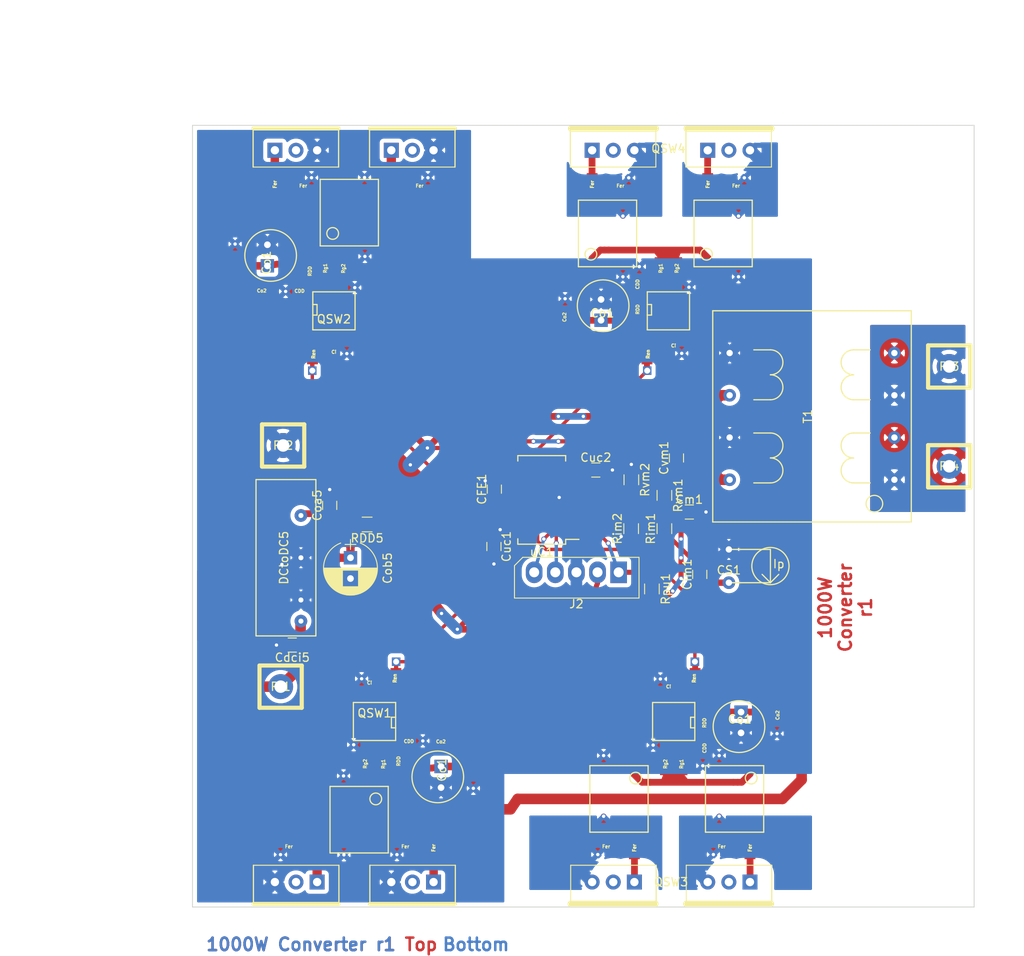
<source format=kicad_pcb>
(kicad_pcb (version 20171130) (host pcbnew "(5.1.2)-1")
  (layers (0 F.Cu signal) (1 In1.Cu signal) (2 In2.Cu signal) (31 B.Cu signal) (34 B.Paste user) (35 F.Paste user) (36 B.SilkS user) (37 F.SilkS user) (38 B.Mask user) (39 F.Mask user) (44 Edge.Cuts user))
  (net 0 "")
  (net 1 OUT)
  (net 2 VDDI)
  (net 3 "Net-(QSW1-PadVI)")
  (net 4 "Net-(QSW1-PadVg+)")
  (net 5 "Net-(QSW1-PadVg-)")
  (net 6 "Net-(QSW2-PadVI)")
  (net 7 "Net-(QSW2-PadVg+)")
  (net 8 "Net-(QSW2-PadVg-)")
  (net 9 TXo1)
  (net 10 TXo2)
  (net 11 IN)
  (net 12 GND)
  (net 13 "Net-(Coa5-Pad1)")
  (net 14 "Net-(QSW1-PadVDD)")
  (net 15 "Net-(QSW2-PadVDD)")
  (net 16 VI1)
  (net 17 VI2)
  (net 18 VI3)
  (net 19 VI4)
  (net 20 "Net-(QSW3-PadGa)")
  (net 21 "Net-(QSW3-PadD)")
  (net 22 "Net-(QSW4-PadGa)")
  (net 23 "Net-(QSW4-PadD)")
  (net 24 "Net-(QSW1-PadGa)")
  (net 25 "Net-(QSW1-PadGb)")
  (net 26 "Net-(QSW2-PadGa)")
  (net 27 "Net-(QSW2-PadGb)")
  (net 28 "Net-(QSW1-Pad1)")
  (net 29 "Net-(QSW2-Pad1)")
  (net 30 "Net-(QSW1-Pad6)")
  (net 31 "Net-(QSW2-Pad6)")
  (net 32 Voutmeas)
  (net 33 Ioutmeas)
  (net 34 GNDA)
  (net 35 "Net-(CFE1-Pad1)")
  (net 36 "Net-(Cvm1-Pad2)")
  (net 37 "Net-(CS1-Pad2)")
  (net 38 "Net-(QSW4-PadGb)")
  (net 39 "Net-(QSW3-PadGb)")
  (net 40 "Net-(QSW3-Pad1)")
  (net 41 "Net-(QSW3-Pad6b)")
  (net 42 "Net-(QSW3-Pad6a)")
  (net 43 "Net-(QSW3-PadVDD)")
  (net 44 "Net-(QSW3-PadVI)")
  (net 45 "Net-(QSW3-PadVg+)")
  (net 46 "Net-(QSW3-PadVg-)")
  (net 47 "Net-(QSW4-Pad1)")
  (net 48 "Net-(QSW4-Pad6b)")
  (net 49 "Net-(QSW4-Pad6a)")
  (net 50 "Net-(QSW4-PadVDD)")
  (net 51 "Net-(QSW4-PadVI)")
  (net 52 "Net-(QSW4-PadVg+)")
  (net 53 "Net-(QSW4-PadVg-)")
  (net 54 PGEC2)
  (net 55 PGED2)
  (net 56 !MCLR)
  (net 57 /Power/TXi1)
  (net 58 /Power/TXi2)
  (module Capacitors_SMD:C_0805 (layer F.Cu) (at -22 -1.3 90)
    (fp_text reference Coa5 (at 0 -1.5 90) (layer F.SilkS))
    (fp_text value 0.1uF)
    (pad 1 smd rect (at -1 0 90) (size 1 1.25) (layers F.Cu F.Paste F.Mask) (net 13 "Net-(Coa5-Pad1)"))
    (pad 2 smd rect (at 1 0 90) (size 1 1.25) (layers F.Cu F.Paste F.Mask) (net 12 GND))
  )
  (module ADH_footprints:SWTO220-ComDTXGate_connected (layer F.Cu) (at 19.05 44 270)
    (fp_text reference QSW3 (at 0 0) (layer F.SilkS))
    (fp_text value GateDrive_ComD hide)
    (fp_line (start -22 1.5875) (end -22.8 1.5875) (layer F.Cu) (width 0.6096))
    (fp_line (start -22.8 1.5875) (end -23.46 1.2825) (layer F.Cu) (width 0.6096))
    (fp_line (start -22 -0.9525) (end -22.8 -0.9525) (layer F.Cu) (width 0.6096))
    (fp_line (start -22.8 -0.9525) (end -23.46 -0.6175) (layer F.Cu) (width 0.6096))
    (fp_line (start -4.275 -6.99) (end -5 -8.5) (layer F.Cu) (width 0.6096))
    (fp_line (start -5 -9.49) (end -5 -8.49) (layer F.Cu) (width 0.6096))
    (fp_line (start -4.275 6.91) (end -5 5.41) (layer F.Cu) (width 0.6096))
    (fp_line (start -5 4.41) (end -5 5.41) (layer F.Cu) (width 0.6096))
    (fp_line (start -3.34 -5.09) (end -3.8226 -5.09) (layer F.Cu) (width 0.7112))
    (fp_line (start -3.8226 8.81) (end -3.34 8.81) (layer F.Cu) (width 0.7112))
    (fp_line (start -7.3974 8.11) (end -7.88 8.11) (layer F.Cu) (width 0.7112))
    (fp_line (start -14.6974 8.11) (end -15.2116 8.11) (layer F.Cu) (width 0.7112))
    (fp_line (start -16.4675 1.6374) (end -16.4675 2.12) (layer F.Cu) (width 0.6096))
    (fp_line (start -7.3974 -5.79) (end -7.88 -5.79) (layer F.Cu) (width 0.7112))
    (fp_line (start -14.6974 -5.79) (end -15.18 -5.79) (layer F.Cu) (width 0.7112))
    (fp_line (start -14.5026 -3.8175) (end -14.02 -3.8175) (layer F.Cu) (width 0.6096))
    (fp_line (start -23.9074 1.2825) (end -24.39 1.2825) (layer F.Cu) (width 0.6096))
    (fp_line (start -18.3642 -12.7425) (end -17.8816 -12.7425) (layer F.Cu) (width 0.7112))
    (fp_line (start -23.5 -2.9) (end -22.7 -2.9) (layer F.Cu) (width 0.6096))
    (fp_line (start -22.7 -2.9) (end -22 -2.3) (layer F.Cu) (width 0.6096))
    (fp_line (start -26.5 -2.9) (end -25.6 -2.9) (layer F.Cu) (width 0.7112))
    (fp_line (start -20.45 -8.4) (end -20.45 -4.5) (layer F.Cu) (width 0.8128))
    (fp_line (start -20.45 -4.5) (end -20 -4.05) (layer F.Cu) (width 0.8128))
    (fp_line (start -20 -4.05) (end -19.7 -4.05) (layer F.Cu) (width 0.6096))
    (fp_line (start -17.8 -4) (end -17.05 -4) (layer F.Cu) (width 0.6096))
    (fp_line (start -17.05 -4) (end -16.6 -3.8) (layer F.Cu) (width 0.6096))
    (fp_line (start -16.6 -3.85) (end -16.6 -2.35) (layer F.Cu) (width 0.6096))
    (fp_line (start -20.45 -8.45) (end -20.45 -11.85) (layer F.Cu) (width 0.8128))
    (fp_line (start -20.45 -11.85) (end -20.45 -12.75) (layer F.Cu) (width 0.6096))
    (fp_line (start -16.6 -0.9525) (end -15.6 -0.9525) (layer F.Cu) (width 0.6096))
    (fp_line (start -15.0996 0.6825) (end -15.5996 0.3175) (layer F.Cu) (width 0.6096))
    (fp_line (start -16.6 0.3175) (end -15.6 0.3175) (layer F.Cu) (width 0.6096))
    (fp_line (start -15.1 -1.3) (end -15.6 -0.9525) (layer F.Cu) (width 0.6096))
    (fp_poly (pts (xy -13.25 -1.25) (xy -13.25 0.75) (xy -12 1.25) (xy -12 -2.25)) (layer F.Cu) (width 0.1))
    (fp_line (start -12 2.5) (end -12 3.5) (layer F.Cu) (width 0.8128))
    (fp_line (start -12 3.5) (end -13 4.5) (layer F.Cu) (width 0.8128))
    (fp_line (start -13 4.5) (end -14 4.5) (layer F.Cu) (width 0.8128))
    (fp_line (start -12 -7.5) (end -12 -8) (layer F.Cu) (width 0.8128))
    (fp_line (start -12 -8) (end -12 -8.5) (layer F.Cu) (width 0.8128))
    (fp_line (start -12 -8.5) (end -13 -9.5) (layer F.Cu) (width 0.8128))
    (fp_line (start -13 -9.5) (end -14 -9.5) (layer F.Cu) (width 0.8128))
    (fp_line (start -12 2.5) (end -12 -7.5) (layer F.Cu) (width 0.8128))
    (fp_text user Fer (at -4.1 -9.49 270) (layer F.SilkS) (effects (font (size 0.4 0.4) (thickness 0.1))))
    (fp_text user Fer (at -4.1 -9.49 270) (layer F.SilkS) (effects (font (size 0.4 0.4) (thickness 0.1))))
    (fp_line (start -2.9 4.4) (end 0 4.4) (layer F.Cu) (width 0.8128))
    (fp_line (start -6.7 4.4) (end -5.3 4.4) (layer F.Cu) (width 0.8128))
    (fp_line (start -5.25 -9.5) (end -6.75 -9.5) (layer F.Cu) (width 0.8128))
    (fp_line (start -5 -9.5) (end -5.5 -9.5) (layer F.Cu) (width 0.7112))
    (fp_line (start -3 -9.5) (end 0 -9.5) (layer F.Cu) (width 0.8128))
    (fp_text user Fer (at -4.1 4.41 270) (layer F.SilkS) (effects (font (size 0.4 0.4) (thickness 0.1))))
    (fp_text user Fer (at -4.275 7.81) (layer F.SilkS) (effects (font (size 0.4 0.4) (thickness 0.1))))
    (fp_text user Fer (at -4.275 -6.09) (layer F.SilkS) (effects (font (size 0.4 0.4) (thickness 0.1))))
    (fp_text user Fer (at -4.1 4.41 270) (layer F.SilkS) (effects (font (size 0.4 0.4) (thickness 0.1))))
    (fp_text user Co1 (at -19.59 -8.2675 180) (layer F.SilkS))
    (fp_text user Co2 (at -20.065 -12.8125 90) (layer F.SilkS) (effects (font (size 0.4 0.4) (thickness 0.1))))
    (fp_text user CDD (at -16.11 -4.0275 270) (layer F.SilkS) (effects (font (size 0.4 0.4) (thickness 0.1))))
    (fp_text user Ci (at -23.5 0.3) (layer F.SilkS) (effects (font (size 0.4 0.4) (thickness 0.1))))
    (fp_text user Ren (at -24.51 -2.7675 90) (layer F.SilkS) (effects (font (size 0.4 0.4) (thickness 0.1))))
    (fp_text user Ren (at -24.51 -2.7675 90) (layer F.SilkS) (effects (font (size 0.4 0.4) (thickness 0.1))))
    (fp_text user RDD (at -19.14 -4.0175 270) (layer F.SilkS) (effects (font (size 0.4 0.4) (thickness 0.1))))
    (fp_text user Rg2 (at -14.2 0.6825 90) (layer F.SilkS) (effects (font (size 0.4 0.4) (thickness 0.1))))
    (fp_text user Rg1 (at -14.2 -1.25 90) (layer F.SilkS) (effects (font (size 0.4 0.4) (thickness 0.1))))
    (pad Sa thru_hole circle (at -3.3084 -5.09 180) (size 0.6096 0.6096) (drill 0.4064) (layers *.Cu *.Mask) (net 1 OUT))
    (pad Sb thru_hole circle (at -3.3084 8.81 180) (size 0.6096 0.6096) (drill 0.4064) (layers *.Cu *.Mask) (net 9 TXo1))
    (pad Sb thru_hole circle (at -7.9116 8.11) (size 0.6096 0.6096) (drill 0.4064) (layers *.Cu *.Mask) (net 9 TXo1))
    (pad GNDi thru_hole circle (at -15.2116 8.11) (size 0.6096 0.6096) (drill 0.4064) (layers *.Cu *.Mask) (net 12 GND))
    (pad GNDi thru_hole circle (at -16.4675 2.1516 90) (size 0.6096 0.6096) (drill 0.4064) (layers *.Cu *.Mask) (net 12 GND))
    (pad Sa thru_hole circle (at -7.9116 -5.79) (size 0.6096 0.6096) (drill 0.4064) (layers *.Cu *.Mask) (net 1 OUT))
    (pad GNDi thru_hole circle (at -15.2116 -5.79) (size 0.6096 0.6096) (drill 0.4064) (layers *.Cu *.Mask) (net 12 GND))
    (pad GNDi thru_hole circle (at -13.9884 -3.8175 180) (size 0.6096 0.6096) (drill 0.4064) (layers *.Cu *.Mask) (net 12 GND))
    (pad GNDi thru_hole circle (at -24.4216 1.2825) (size 0.6096 0.6096) (drill 0.4064) (layers *.Cu *.Mask) (net 12 GND))
    (pad Sb thru_hole circle (at 0 9.49 90) (size 1.8 1.8) (drill 1) (layers *.Cu *.Mask) (net 9 TXo1))
    (pad Gb thru_hole rect (at 0 4.41 90) (size 1.8 1.8) (drill 1) (layers *.Cu *.Mask) (net 39 "Net-(QSW3-PadGb)"))
    (pad D thru_hole circle (at 0 6.95 90) (size 1.8 1.8) (drill 1) (layers *.Cu *.Mask) (net 21 "Net-(QSW3-PadD)"))
    (pad 1 smd rect (at -14.15 4.41 90) (size 1.5 1.2) (layers F.Cu F.Paste F.Mask) (net 40 "Net-(QSW3-Pad1)"))
    (pad 5b smd rect (at -6.85 6.26 90) (size 1.5 1.2) (layers F.Cu F.Paste F.Mask))
    (pad 2b smd rect (at -14.15 6.26 90) (size 1.5 1.2) (layers F.Cu F.Paste F.Mask))
    (pad GNDi smd rect (at -14.15 8.11 90) (size 1.5 1.2) (layers F.Cu F.Paste F.Mask) (net 12 GND))
    (pad Sb smd rect (at -6.85 8.11 90) (size 1.5 1.2) (layers F.Cu F.Paste F.Mask) (net 9 TXo1))
    (pad 6b smd rect (at -6.85 4.41 90) (size 1.5 1.2) (layers F.Cu F.Paste F.Mask) (net 41 "Net-(QSW3-Pad6b)"))
    (pad Gb smd rect (at -3.1 4.41 90) (size 0.7 1.3) (layers F.Cu F.Paste F.Mask) (net 39 "Net-(QSW3-PadGb)"))
    (pad 6b smd rect (at -5 4.41 90) (size 0.7 1.3) (layers F.Cu F.Paste F.Mask) (net 41 "Net-(QSW3-Pad6b)"))
    (pad 6b smd rect (at -4.275 6.91) (size 0.7 1.3) (layers F.Cu F.Paste F.Mask) (net 41 "Net-(QSW3-Pad6b)"))
    (pad Sb smd rect (at -4.275 8.81) (size 0.7 1.3) (layers F.Cu F.Paste F.Mask) (net 9 TXo1))
    (pad Sa smd rect (at -4.275 -5.09) (size 0.7 1.3) (layers F.Cu F.Paste F.Mask) (net 1 OUT))
    (pad 6a smd rect (at -4.275 -6.99) (size 0.7 1.3) (layers F.Cu F.Paste F.Mask) (net 42 "Net-(QSW3-Pad6a)"))
    (pad 6a smd rect (at -5 -9.49 90) (size 0.7 1.3) (layers F.Cu F.Paste F.Mask) (net 42 "Net-(QSW3-Pad6a)"))
    (pad Ga smd rect (at -3.1 -9.49 90) (size 0.7 1.3) (layers F.Cu F.Paste F.Mask) (net 20 "Net-(QSW3-PadGa)"))
    (pad 6a smd rect (at -6.85 -9.49 90) (size 1.5 1.2) (layers F.Cu F.Paste F.Mask) (net 42 "Net-(QSW3-Pad6a)"))
    (pad Sa smd rect (at -6.85 -5.79 90) (size 1.5 1.2) (layers F.Cu F.Paste F.Mask) (net 1 OUT))
    (pad GNDi smd rect (at -14.15 -5.79 90) (size 1.5 1.2) (layers F.Cu F.Paste F.Mask) (net 12 GND))
    (pad 2a smd rect (at -14.15 -7.64 90) (size 1.5 1.2) (layers F.Cu F.Paste F.Mask))
    (pad 5a smd rect (at -6.85 -7.64 90) (size 1.5 1.2) (layers F.Cu F.Paste F.Mask))
    (pad 1 smd rect (at -14.15 -9.49 90) (size 1.5 1.2) (layers F.Cu F.Paste F.Mask) (net 40 "Net-(QSW3-Pad1)"))
    (pad D thru_hole circle (at 0 -6.95 90) (size 1.8 1.8) (drill 1) (layers *.Cu *.Mask) (net 21 "Net-(QSW3-PadD)"))
    (pad Ga thru_hole rect (at 0 -9.49 90) (size 1.8 1.8) (drill 1) (layers *.Cu *.Mask) (net 20 "Net-(QSW3-PadGa)"))
    (pad Sa thru_hole circle (at 0 -4.41 90) (size 1.8 1.8) (drill 1) (layers *.Cu *.Mask) (net 1 OUT))
    (pad GNDi smd rect (at -18.565 -12.7425 90) (size 0.7 1.3) (layers F.Cu F.Paste F.Mask) (net 12 GND))
    (pad +Vo smd rect (at -20.465 -12.7425 90) (size 0.7 1.3) (layers F.Cu F.Paste F.Mask) (net 11 IN))
    (pad VDD smd rect (at -16.6 -3.8275 90) (size 0.7 1.3) (layers F.Cu F.Paste F.Mask) (net 43 "Net-(QSW3-PadVDD)"))
    (pad GNDi smd rect (at -14.66 -3.8175 90) (size 0.7 1.3) (layers F.Cu F.Paste F.Mask) (net 12 GND))
    (pad Vsig smd rect (at -25.385 -2.8925 270) (size 0.7 1.3) (layers F.Cu F.Paste F.Mask) (net 18 VI3))
    (pad VI smd rect (at -23.485 -2.8925 270) (size 0.7 1.3) (layers F.Cu F.Paste F.Mask) (net 44 "Net-(QSW3-PadVI)"))
    (pad GNDi smd rect (at -23.46 1.2825 180) (size 0.7 1.3) (layers F.Cu F.Paste F.Mask) (net 12 GND))
    (pad VDDi smd rect (at -23.46 -0.6175 180) (size 0.7 1.3) (layers F.Cu F.Paste F.Mask) (net 2 VDDI))
    (pad VDD smd rect (at -17.8 -4.0175 90) (size 0.7 1.3) (layers F.Cu F.Paste F.Mask) (net 43 "Net-(QSW3-PadVDD)"))
    (pad +Vo smd rect (at -19.54 -4.0675 90) (size 0.7 1.3) (layers F.Cu F.Paste F.Mask) (net 11 IN))
    (pad 1 smd rect (at -13.21 0.6825 270) (size 0.7 1.3) (layers F.Cu F.Paste F.Mask) (net 40 "Net-(QSW3-Pad1)"))
    (pad 1 smd rect (at -13.21 -1.3175 270) (size 0.7 1.3) (layers F.Cu F.Paste F.Mask) (net 40 "Net-(QSW3-Pad1)"))
    (pad VDD smd rect (at -16.635 -2.2225 180) (size 0.508 1.143) (layers F.Cu F.Paste F.Mask) (net 43 "Net-(QSW3-PadVDD)"))
    (pad Vg+ smd rect (at -16.635 -0.9525 180) (size 0.508 1.143) (layers F.Cu F.Paste F.Mask) (net 45 "Net-(QSW3-PadVg+)"))
    (pad Vg- smd rect (at -16.635 0.3175 180) (size 0.508 1.143) (layers F.Cu F.Paste F.Mask) (net 46 "Net-(QSW3-PadVg-)"))
    (pad GNDi smd rect (at -16.635 1.5875 180) (size 0.508 1.143) (layers F.Cu F.Paste F.Mask) (net 12 GND))
    (pad GNDi smd rect (at -21.985 1.5875 180) (size 0.508 1.143) (layers F.Cu F.Paste F.Mask) (net 12 GND))
    (pad NC smd rect (at -21.985 0.3175 180) (size 0.508 1.143) (layers F.Cu F.Paste F.Mask))
    (pad VDDi smd rect (at -21.985 -0.9525 180) (size 0.508 1.143) (layers F.Cu F.Paste F.Mask) (net 2 VDDI))
    (pad VI smd rect (at -21.985 -2.2225 180) (size 0.508 1.143) (layers F.Cu F.Paste F.Mask) (net 44 "Net-(QSW3-PadVI)"))
    (pad Vg+ smd rect (at -15.11 -1.3175 270) (size 0.7 1.3) (layers F.Cu F.Paste F.Mask) (net 45 "Net-(QSW3-PadVg+)"))
    (pad Vg- smd rect (at -15.11 0.6825 270) (size 0.7 1.3) (layers F.Cu F.Paste F.Mask) (net 46 "Net-(QSW3-PadVg-)"))
    (pad Vsig thru_hole rect (at -26.5 -2.8675 180) (size 1.016 1.016) (drill 0.7112) (layers *.Cu *.Mask) (net 18 VI3))
    (pad GNDi thru_hole circle (at -17.94 -8.4175) (size 1.6 1.6) (drill 0.8) (layers *.Cu *.Mask) (net 12 GND))
    (pad +Vo thru_hole rect (at -20.44 -8.4175) (size 1.6 1.6) (drill 0.8) (layers *.Cu *.Mask) (net 11 IN))
    (pad GNDi thru_hole circle (at -17.85 -12.7425 180) (size 0.6096 0.6096) (drill 0.4064) (layers *.Cu *.Mask) (net 12 GND))
  )
  (module ADH_footprints:SWTO220-ComDTXGate_connected (layer F.Cu) (at 19.05 -44 90)
    (fp_text reference QSW4 (at 0.1944 -0.3175) (layer F.SilkS))
    (fp_text value GateDrive_ComD hide)
    (fp_line (start -22 1.5875) (end -22.8 1.5875) (layer F.Cu) (width 0.6096))
    (fp_line (start -22.8 1.5875) (end -23.46 1.2825) (layer F.Cu) (width 0.6096))
    (fp_line (start -22 -0.9525) (end -22.8 -0.9525) (layer F.Cu) (width 0.6096))
    (fp_line (start -22.8 -0.9525) (end -23.46 -0.6175) (layer F.Cu) (width 0.6096))
    (fp_line (start -4.275 -6.99) (end -5 -8.5) (layer F.Cu) (width 0.6096))
    (fp_line (start -5 -9.49) (end -5 -8.49) (layer F.Cu) (width 0.6096))
    (fp_line (start -4.275 6.91) (end -5 5.41) (layer F.Cu) (width 0.6096))
    (fp_line (start -5 4.41) (end -5 5.41) (layer F.Cu) (width 0.6096))
    (fp_line (start -3.34 -5.09) (end -3.8226 -5.09) (layer F.Cu) (width 0.7112))
    (fp_line (start -3.8226 8.81) (end -3.34 8.81) (layer F.Cu) (width 0.7112))
    (fp_line (start -7.3974 8.11) (end -7.88 8.11) (layer F.Cu) (width 0.7112))
    (fp_line (start -14.6974 8.11) (end -15.2116 8.11) (layer F.Cu) (width 0.7112))
    (fp_line (start -16.4675 1.6374) (end -16.4675 2.12) (layer F.Cu) (width 0.6096))
    (fp_line (start -7.3974 -5.79) (end -7.88 -5.79) (layer F.Cu) (width 0.7112))
    (fp_line (start -14.6974 -5.79) (end -15.18 -5.79) (layer F.Cu) (width 0.7112))
    (fp_line (start -14.5026 -3.8175) (end -14.02 -3.8175) (layer F.Cu) (width 0.6096))
    (fp_line (start -23.9074 1.2825) (end -24.39 1.2825) (layer F.Cu) (width 0.6096))
    (fp_line (start -18.3642 -12.7425) (end -17.8816 -12.7425) (layer F.Cu) (width 0.7112))
    (fp_line (start -23.5 -2.9) (end -22.7 -2.9) (layer F.Cu) (width 0.6096))
    (fp_line (start -22.7 -2.9) (end -22 -2.3) (layer F.Cu) (width 0.6096))
    (fp_line (start -26.5 -2.9) (end -25.6 -2.9) (layer F.Cu) (width 0.7112))
    (fp_line (start -20.45 -8.4) (end -20.45 -4.5) (layer F.Cu) (width 0.8128))
    (fp_line (start -20.45 -4.5) (end -20 -4.05) (layer F.Cu) (width 0.8128))
    (fp_line (start -20 -4.05) (end -19.7 -4.05) (layer F.Cu) (width 0.6096))
    (fp_line (start -17.8 -4) (end -17.05 -4) (layer F.Cu) (width 0.6096))
    (fp_line (start -17.05 -4) (end -16.6 -3.8) (layer F.Cu) (width 0.6096))
    (fp_line (start -16.6 -3.85) (end -16.6 -2.35) (layer F.Cu) (width 0.6096))
    (fp_line (start -20.45 -8.45) (end -20.45 -11.85) (layer F.Cu) (width 0.8128))
    (fp_line (start -20.45 -11.85) (end -20.45 -12.75) (layer F.Cu) (width 0.6096))
    (fp_line (start -16.6 -0.9525) (end -15.6 -0.9525) (layer F.Cu) (width 0.6096))
    (fp_line (start -15.0996 0.6825) (end -15.5996 0.3175) (layer F.Cu) (width 0.6096))
    (fp_line (start -16.6 0.3175) (end -15.6 0.3175) (layer F.Cu) (width 0.6096))
    (fp_line (start -15.1 -1.3) (end -15.6 -0.9525) (layer F.Cu) (width 0.6096))
    (fp_poly (pts (xy -13.25 -1.25) (xy -13.25 0.75) (xy -12 1.25) (xy -12 -2.25)) (layer F.Cu) (width 0.1))
    (fp_line (start -12 2.5) (end -12 3.5) (layer F.Cu) (width 0.8128))
    (fp_line (start -12 3.5) (end -13 4.5) (layer F.Cu) (width 0.8128))
    (fp_line (start -13 4.5) (end -14 4.5) (layer F.Cu) (width 0.8128))
    (fp_line (start -12 -7.5) (end -12 -8) (layer F.Cu) (width 0.8128))
    (fp_line (start -12 -8) (end -12 -8.5) (layer F.Cu) (width 0.8128))
    (fp_line (start -12 -8.5) (end -13 -9.5) (layer F.Cu) (width 0.8128))
    (fp_line (start -13 -9.5) (end -14 -9.5) (layer F.Cu) (width 0.8128))
    (fp_line (start -12 2.5) (end -12 -7.5) (layer F.Cu) (width 0.8128))
    (fp_text user Fer (at -4.1 -9.49 270) (layer F.SilkS) (effects (font (size 0.4 0.4) (thickness 0.1))))
    (fp_text user Fer (at -4.1 -9.49 270) (layer F.SilkS) (effects (font (size 0.4 0.4) (thickness 0.1))))
    (fp_line (start -2.9 4.4) (end 0 4.4) (layer F.Cu) (width 0.8128))
    (fp_line (start -6.7 4.4) (end -5.3 4.4) (layer F.Cu) (width 0.8128))
    (fp_line (start -5.25 -9.5) (end -6.75 -9.5) (layer F.Cu) (width 0.8128))
    (fp_line (start -5 -9.5) (end -5.5 -9.5) (layer F.Cu) (width 0.7112))
    (fp_line (start -3 -9.5) (end 0 -9.5) (layer F.Cu) (width 0.8128))
    (fp_text user Fer (at -4.1 4.41 270) (layer F.SilkS) (effects (font (size 0.4 0.4) (thickness 0.1))))
    (fp_text user Fer (at -4.275 7.81) (layer F.SilkS) (effects (font (size 0.4 0.4) (thickness 0.1))))
    (fp_text user Fer (at -4.275 -6.09) (layer F.SilkS) (effects (font (size 0.4 0.4) (thickness 0.1))))
    (fp_text user Fer (at -4.1 4.41 270) (layer F.SilkS) (effects (font (size 0.4 0.4) (thickness 0.1))))
    (fp_text user Co1 (at -19.59 -8.2675 180) (layer F.SilkS))
    (fp_text user Co2 (at -20.065 -12.8125 90) (layer F.SilkS) (effects (font (size 0.4 0.4) (thickness 0.1))))
    (fp_text user CDD (at -16.11 -4.0275 270) (layer F.SilkS) (effects (font (size 0.4 0.4) (thickness 0.1))))
    (fp_text user Ci (at -23.5 0.3) (layer F.SilkS) (effects (font (size 0.4 0.4) (thickness 0.1))))
    (fp_text user Ren (at -24.51 -2.7675 90) (layer F.SilkS) (effects (font (size 0.4 0.4) (thickness 0.1))))
    (fp_text user Ren (at -24.51 -2.7675 90) (layer F.SilkS) (effects (font (size 0.4 0.4) (thickness 0.1))))
    (fp_text user RDD (at -19.14 -4.0175 270) (layer F.SilkS) (effects (font (size 0.4 0.4) (thickness 0.1))))
    (fp_text user Rg2 (at -14.2 0.6825 90) (layer F.SilkS) (effects (font (size 0.4 0.4) (thickness 0.1))))
    (fp_text user Rg1 (at -14.2 -1.25 90) (layer F.SilkS) (effects (font (size 0.4 0.4) (thickness 0.1))))
    (pad Sa thru_hole circle (at -3.3084 -5.09) (size 0.6096 0.6096) (drill 0.4064) (layers *.Cu *.Mask) (net 10 TXo2))
    (pad Sb thru_hole circle (at -3.3084 8.81) (size 0.6096 0.6096) (drill 0.4064) (layers *.Cu *.Mask) (net 1 OUT))
    (pad Sb thru_hole circle (at -7.9116 8.11 180) (size 0.6096 0.6096) (drill 0.4064) (layers *.Cu *.Mask) (net 1 OUT))
    (pad GNDi thru_hole circle (at -15.2116 8.11 180) (size 0.6096 0.6096) (drill 0.4064) (layers *.Cu *.Mask) (net 12 GND))
    (pad GNDi thru_hole circle (at -16.4675 2.1516 270) (size 0.6096 0.6096) (drill 0.4064) (layers *.Cu *.Mask) (net 12 GND))
    (pad Sa thru_hole circle (at -7.9116 -5.79 180) (size 0.6096 0.6096) (drill 0.4064) (layers *.Cu *.Mask) (net 10 TXo2))
    (pad GNDi thru_hole circle (at -15.2116 -5.79 180) (size 0.6096 0.6096) (drill 0.4064) (layers *.Cu *.Mask) (net 12 GND))
    (pad GNDi thru_hole circle (at -13.9884 -3.8175) (size 0.6096 0.6096) (drill 0.4064) (layers *.Cu *.Mask) (net 12 GND))
    (pad GNDi thru_hole circle (at -24.4216 1.2825 180) (size 0.6096 0.6096) (drill 0.4064) (layers *.Cu *.Mask) (net 12 GND))
    (pad Sb thru_hole circle (at 0 9.49 270) (size 1.8 1.8) (drill 1) (layers *.Cu *.Mask) (net 1 OUT))
    (pad Gb thru_hole rect (at 0 4.41 270) (size 1.8 1.8) (drill 1) (layers *.Cu *.Mask) (net 38 "Net-(QSW4-PadGb)"))
    (pad D thru_hole circle (at 0 6.95 270) (size 1.8 1.8) (drill 1) (layers *.Cu *.Mask) (net 23 "Net-(QSW4-PadD)"))
    (pad 1 smd rect (at -14.15 4.41 270) (size 1.5 1.2) (layers F.Cu F.Paste F.Mask) (net 47 "Net-(QSW4-Pad1)"))
    (pad 5b smd rect (at -6.85 6.26 270) (size 1.5 1.2) (layers F.Cu F.Paste F.Mask))
    (pad 2b smd rect (at -14.15 6.26 270) (size 1.5 1.2) (layers F.Cu F.Paste F.Mask))
    (pad GNDi smd rect (at -14.15 8.11 270) (size 1.5 1.2) (layers F.Cu F.Paste F.Mask) (net 12 GND))
    (pad Sb smd rect (at -6.85 8.11 270) (size 1.5 1.2) (layers F.Cu F.Paste F.Mask) (net 1 OUT))
    (pad 6b smd rect (at -6.85 4.41 270) (size 1.5 1.2) (layers F.Cu F.Paste F.Mask) (net 48 "Net-(QSW4-Pad6b)"))
    (pad Gb smd rect (at -3.1 4.41 270) (size 0.7 1.3) (layers F.Cu F.Paste F.Mask) (net 38 "Net-(QSW4-PadGb)"))
    (pad 6b smd rect (at -5 4.41 270) (size 0.7 1.3) (layers F.Cu F.Paste F.Mask) (net 48 "Net-(QSW4-Pad6b)"))
    (pad 6b smd rect (at -4.275 6.91 180) (size 0.7 1.3) (layers F.Cu F.Paste F.Mask) (net 48 "Net-(QSW4-Pad6b)"))
    (pad Sb smd rect (at -4.275 8.81 180) (size 0.7 1.3) (layers F.Cu F.Paste F.Mask) (net 1 OUT))
    (pad Sa smd rect (at -4.275 -5.09 180) (size 0.7 1.3) (layers F.Cu F.Paste F.Mask) (net 10 TXo2))
    (pad 6a smd rect (at -4.275 -6.99 180) (size 0.7 1.3) (layers F.Cu F.Paste F.Mask) (net 49 "Net-(QSW4-Pad6a)"))
    (pad 6a smd rect (at -5 -9.49 270) (size 0.7 1.3) (layers F.Cu F.Paste F.Mask) (net 49 "Net-(QSW4-Pad6a)"))
    (pad Ga smd rect (at -3.1 -9.49 270) (size 0.7 1.3) (layers F.Cu F.Paste F.Mask) (net 22 "Net-(QSW4-PadGa)"))
    (pad 6a smd rect (at -6.85 -9.49 270) (size 1.5 1.2) (layers F.Cu F.Paste F.Mask) (net 49 "Net-(QSW4-Pad6a)"))
    (pad Sa smd rect (at -6.85 -5.79 270) (size 1.5 1.2) (layers F.Cu F.Paste F.Mask) (net 10 TXo2))
    (pad GNDi smd rect (at -14.15 -5.79 270) (size 1.5 1.2) (layers F.Cu F.Paste F.Mask) (net 12 GND))
    (pad 2a smd rect (at -14.15 -7.64 270) (size 1.5 1.2) (layers F.Cu F.Paste F.Mask))
    (pad 5a smd rect (at -6.85 -7.64 270) (size 1.5 1.2) (layers F.Cu F.Paste F.Mask))
    (pad 1 smd rect (at -14.15 -9.49 270) (size 1.5 1.2) (layers F.Cu F.Paste F.Mask) (net 47 "Net-(QSW4-Pad1)"))
    (pad D thru_hole circle (at 0 -6.95 270) (size 1.8 1.8) (drill 1) (layers *.Cu *.Mask) (net 23 "Net-(QSW4-PadD)"))
    (pad Ga thru_hole rect (at 0 -9.49 270) (size 1.8 1.8) (drill 1) (layers *.Cu *.Mask) (net 22 "Net-(QSW4-PadGa)"))
    (pad Sa thru_hole circle (at 0 -4.41 270) (size 1.8 1.8) (drill 1) (layers *.Cu *.Mask) (net 10 TXo2))
    (pad GNDi smd rect (at -18.565 -12.7425 270) (size 0.7 1.3) (layers F.Cu F.Paste F.Mask) (net 12 GND))
    (pad +Vo smd rect (at -20.465 -12.7425 270) (size 0.7 1.3) (layers F.Cu F.Paste F.Mask) (net 11 IN))
    (pad VDD smd rect (at -16.6 -3.8275 270) (size 0.7 1.3) (layers F.Cu F.Paste F.Mask) (net 50 "Net-(QSW4-PadVDD)"))
    (pad GNDi smd rect (at -14.66 -3.8175 270) (size 0.7 1.3) (layers F.Cu F.Paste F.Mask) (net 12 GND))
    (pad Vsig smd rect (at -25.385 -2.8925 90) (size 0.7 1.3) (layers F.Cu F.Paste F.Mask) (net 19 VI4))
    (pad VI smd rect (at -23.485 -2.8925 90) (size 0.7 1.3) (layers F.Cu F.Paste F.Mask) (net 51 "Net-(QSW4-PadVI)"))
    (pad GNDi smd rect (at -23.46 1.2825) (size 0.7 1.3) (layers F.Cu F.Paste F.Mask) (net 12 GND))
    (pad VDDi smd rect (at -23.46 -0.6175) (size 0.7 1.3) (layers F.Cu F.Paste F.Mask) (net 2 VDDI))
    (pad VDD smd rect (at -17.8 -4.0175 270) (size 0.7 1.3) (layers F.Cu F.Paste F.Mask) (net 50 "Net-(QSW4-PadVDD)"))
    (pad +Vo smd rect (at -19.54 -4.0675 270) (size 0.7 1.3) (layers F.Cu F.Paste F.Mask) (net 11 IN))
    (pad 1 smd rect (at -13.21 0.6825 90) (size 0.7 1.3) (layers F.Cu F.Paste F.Mask) (net 47 "Net-(QSW4-Pad1)"))
    (pad 1 smd rect (at -13.21 -1.3175 90) (size 0.7 1.3) (layers F.Cu F.Paste F.Mask) (net 47 "Net-(QSW4-Pad1)"))
    (pad VDD smd rect (at -16.635 -2.2225) (size 0.508 1.143) (layers F.Cu F.Paste F.Mask) (net 50 "Net-(QSW4-PadVDD)"))
    (pad Vg+ smd rect (at -16.635 -0.9525) (size 0.508 1.143) (layers F.Cu F.Paste F.Mask) (net 52 "Net-(QSW4-PadVg+)"))
    (pad Vg- smd rect (at -16.635 0.3175) (size 0.508 1.143) (layers F.Cu F.Paste F.Mask) (net 53 "Net-(QSW4-PadVg-)"))
    (pad GNDi smd rect (at -16.635 1.5875) (size 0.508 1.143) (layers F.Cu F.Paste F.Mask) (net 12 GND))
    (pad GNDi smd rect (at -21.985 1.5875) (size 0.508 1.143) (layers F.Cu F.Paste F.Mask) (net 12 GND))
    (pad NC smd rect (at -21.985 0.3175) (size 0.508 1.143) (layers F.Cu F.Paste F.Mask))
    (pad VDDi smd rect (at -21.985 -0.9525) (size 0.508 1.143) (layers F.Cu F.Paste F.Mask) (net 2 VDDI))
    (pad VI smd rect (at -21.985 -2.2225) (size 0.508 1.143) (layers F.Cu F.Paste F.Mask) (net 51 "Net-(QSW4-PadVI)"))
    (pad Vg+ smd rect (at -15.11 -1.3175 90) (size 0.7 1.3) (layers F.Cu F.Paste F.Mask) (net 52 "Net-(QSW4-PadVg+)"))
    (pad Vg- smd rect (at -15.11 0.6825 90) (size 0.7 1.3) (layers F.Cu F.Paste F.Mask) (net 53 "Net-(QSW4-PadVg-)"))
    (pad Vsig thru_hole rect (at -26.5 -2.8675) (size 1.016 1.016) (drill 0.7112) (layers *.Cu *.Mask) (net 19 VI4))
    (pad GNDi thru_hole circle (at -17.94 -8.4175 180) (size 1.6 1.6) (drill 0.8) (layers *.Cu *.Mask) (net 12 GND))
    (pad +Vo thru_hole rect (at -20.44 -8.4175 180) (size 1.6 1.6) (drill 0.8) (layers *.Cu *.Mask) (net 11 IN))
    (pad GNDi thru_hole circle (at -17.85 -12.7425) (size 0.6096 0.6096) (drill 0.4064) (layers *.Cu *.Mask) (net 12 GND))
  )
  (module ADH_footprints:SWTO220-ParallelTXGate_connected (layer F.Cu) (at -19.05 -44 90)
    (fp_text reference QSW2 (at -20.31 -2.44) (layer F.SilkS))
    (fp_text value GateDrive_Parallel hide)
    (fp_line (start -22 -3.075) (end -22.8 -3.075) (layer F.Cu) (width 0.6096))
    (fp_line (start -22.8 -3.075) (end -23.46 -2.79) (layer F.Cu) (width 0.6096))
    (fp_line (start -22 -0.535) (end -22.8 -0.535) (layer F.Cu) (width 0.6096))
    (fp_line (start -22.8 -0.535) (end -23.46 -0.89) (layer F.Cu) (width 0.6096))
    (fp_line (start -13.9 -10.4) (end -13.9 -13.4) (layer F.Cu) (width 0.9144))
    (fp_line (start -13.9 -13.4) (end -13.9 -14.3) (layer F.Cu) (width 0.6096))
    (fp_line (start 0 4.46) (end -2.83 4.46) (layer F.Cu) (width 1.1176))
    (fp_line (start 0.05 -9.55) (end -2.85 -9.55) (layer F.Cu) (width 1.016))
    (fp_line (start -5 4.5) (end -5 5.5) (layer F.Cu) (width 0.6096))
    (fp_line (start -5 5.5) (end -4.25 7) (layer F.Cu) (width 0.6096))
    (fp_line (start -5 4.46) (end -5.5 4.46) (layer F.Cu) (width 0.6096))
    (fp_line (start -5 -8.5) (end -4.25 -7) (layer F.Cu) (width 0.6096))
    (fp_line (start -5 -9.5) (end -5 -8.5) (layer F.Cu) (width 0.6096))
    (fp_line (start -16.9 -4.8) (end -16.6 -4.35) (layer F.Cu) (width 0.508))
    (fp_line (start -16.9 -5.6) (end -16.9 -4.8) (layer F.Cu) (width 0.762))
    (fp_line (start -15.9 -5.6) (end -15.4 -5.9) (layer F.Cu) (width 0.6096))
    (fp_line (start -17 -5.6) (end -15.9 -5.6) (layer F.Cu) (width 0.6096))
    (fp_line (start -13.7 -6.8) (end -13.7 -5.9) (layer F.Cu) (width 0.6096))
    (fp_line (start -13.7 -9.3) (end -13.7 -6.8) (layer F.Cu) (width 0.8128))
    (fp_line (start -13.9 -10.4) (end -13.7 -9.3) (layer F.Cu) (width 0.8128))
    (fp_line (start -15.875 -1.805) (end -15.24 -1.424) (layer F.Cu) (width 0.508))
    (fp_line (start -16.51 -1.805) (end -15.875 -1.805) (layer F.Cu) (width 0.508))
    (fp_line (start -15.875 -3.075) (end -15.24 -3.456) (layer F.Cu) (width 0.508))
    (fp_line (start -16.51 -3.075) (end -15.875 -3.075) (layer F.Cu) (width 0.508))
    (fp_poly (pts (xy -11.475 -2.44) (xy -13.475 -3.44) (xy -13.475 -1.44)) (layer F.Cu) (width 0.1))
    (fp_poly (pts (xy -4.5 -2.44) (xy -6.5 -3.44) (xy -6.5 -1.44) (xy -4 -2.44) (xy -6.5 -3.44)) (layer F.Cu) (width 0.1))
    (fp_line (start -5 4.46) (end -5.5 4.46) (layer F.Cu) (width 0.6096))
    (fp_line (start -6.5 3.46) (end -5.5 4.46) (layer F.Cu) (width 0.6096))
    (fp_line (start -6.5 -8.54) (end -6.5 3.46) (layer F.Cu) (width 0.6096))
    (fp_line (start -5.5 -9.54) (end -6.5 -8.54) (layer F.Cu) (width 0.6096))
    (fp_line (start -5 -9.54) (end -5.5 -9.54) (layer F.Cu) (width 0.6096))
    (fp_text user Rg1 (at -14.19 -3.49 90) (layer F.SilkS) (effects (font (size 0.4 0.4) (thickness 0.1))))
    (fp_text user Rg2 (at -14.22 -1.31 90) (layer F.SilkS) (effects (font (size 0.4 0.4) (thickness 0.1))))
    (fp_text user RDD (at -14.54 -5.33 270) (layer F.SilkS) (effects (font (size 0.4 0.4) (thickness 0.1))))
    (fp_text user Ren (at -24.51 -4.89 90) (layer F.SilkS) (effects (font (size 0.4 0.4) (thickness 0.1))))
    (fp_text user Ren (at -24.51 -4.89 -90) (layer F.SilkS) (effects (font (size 0.4 0.4) (thickness 0.1))))
    (fp_text user Ci (at -24.26 -2.44) (layer F.SilkS) (effects (font (size 0.4 0.4) (thickness 0.1))))
    (fp_text user CDD (at -16.925 -6.575 180) (layer F.SilkS) (effects (font (size 0.4 0.4) (thickness 0.1))))
    (fp_text user Co2 (at -16.89 -11.12 180) (layer F.SilkS) (effects (font (size 0.4 0.4) (thickness 0.1))))
    (fp_text user Co1 (at -13.5 -10.55 90) (layer F.SilkS))
    (fp_text user Fer (at -4.1 -9.54 270) (layer F.SilkS) (effects (font (size 0.4 0.4) (thickness 0.1))))
    (fp_text user Fer (at -4.275 7.86 180) (layer F.SilkS) (effects (font (size 0.4 0.4) (thickness 0.1))))
    (fp_text user Fer (at -4.275 -6.14 180) (layer F.SilkS) (effects (font (size 0.4 0.4) (thickness 0.1))))
    (fp_text user Fer (at -4.1 -9.54 90) (layer F.SilkS) (effects (font (size 0.4 0.4) (thickness 0.1))))
    (fp_line (start -23.51 -5.04) (end -23.01 -5.04) (layer F.Cu) (width 0.4572))
    (fp_line (start -23.01 -5.04) (end -22.61 -4.34) (layer F.Cu) (width 0.4572))
    (fp_line (start -22.61 -4.34) (end -22.01 -4.34) (layer F.Cu) (width 0.4572))
    (fp_line (start -26.51 -5.04) (end -25.41 -5.04) (layer F.Cu) (width 0.508))
    (pad S smd rect (at -3.385 1.24 180) (size 0.6 0.75) (layers F.Cu F.Paste F.Mask) (net 12 GND))
    (pad S thru_hole circle (at -3.275 1.24 180) (size 0.6096 0.6096) (drill 0.4064) (layers *.Cu *.Mask) (net 12 GND))
    (pad S thru_hole circle (at -3.3 8.865 180) (size 0.6096 0.6096) (drill 0.4064) (layers *.Cu *.Mask) (net 12 GND))
    (pad S smd rect (at -3.41 8.865 180) (size 0.6 0.75) (layers F.Cu F.Paste F.Mask) (net 12 GND))
    (pad S smd rect (at -3.46 -5.135 180) (size 0.6 0.75) (layers F.Cu F.Paste F.Mask) (net 12 GND))
    (pad S thru_hole circle (at -3.3 -5.135 180) (size 0.6096 0.6096) (drill 0.4064) (layers *.Cu *.Mask) (net 12 GND))
    (pad GNDi thru_hole circle (at -12.765 1.285) (size 0.6096 0.6096) (drill 0.4064) (layers *.Cu *.Mask) (net 12 GND))
    (pad GNDi smd rect (at -12.615 1.285) (size 0.6 0.75) (layers F.Cu F.Paste F.Mask) (net 12 GND))
    (pad GNDi smd rect (at -16.515 -0.085 90) (size 0.6 0.75) (layers F.Cu F.Paste F.Mask) (net 12 GND))
    (pad GNDi thru_hole circle (at -24.45 -0.89 180) (size 0.6096 0.6096) (drill 0.4064) (layers *.Cu *.Mask) (net 12 GND))
    (pad GNDi thru_hole circle (at -16.515 0.065 90) (size 0.6096 0.6096) (drill 0.4064) (layers *.Cu *.Mask) (net 12 GND))
    (pad GNDi smd rect (at -24.3 -0.89 180) (size 0.6 0.75) (layers F.Cu F.Paste F.Mask) (net 12 GND))
    (pad GNDi smd rect (at -16.975 -8.1 90) (size 0.6 0.75) (layers F.Cu F.Paste F.Mask) (net 12 GND))
    (pad 6 smd rect (at -4.275 6.96 180) (size 0.7 1.3) (layers F.Cu F.Paste F.Mask) (net 31 "Net-(QSW2-Pad6)"))
    (pad 6 smd rect (at -5 4.46 270) (size 0.7 1.3) (layers F.Cu F.Paste F.Mask) (net 31 "Net-(QSW2-Pad6)"))
    (pad +Vo thru_hole rect (at -13.9 -10.44 180) (size 1.6 1.6) (drill 0.8) (layers *.Cu *.Mask) (net 11 IN))
    (pad GNDi thru_hole circle (at -11.36 -10.44 180) (size 1.6 1.6) (drill 0.8) (layers *.Cu *.Mask) (net 12 GND))
    (pad S thru_hole circle (at 0 9.54 270) (size 1.8 1.8) (drill 1) (layers *.Cu *.Mask) (net 12 GND))
    (pad Gb thru_hole rect (at 0 4.46 270) (size 1.8 1.8) (drill 1) (layers *.Cu *.Mask) (net 27 "Net-(QSW2-PadGb)"))
    (pad D thru_hole circle (at 0 7 270) (size 1.8 1.8) (drill 1) (layers *.Cu *.Mask) (net 58 /Power/TXi2))
    (pad Vsig thru_hole rect (at -26.5 -5.04) (size 1.016 1.016) (drill 0.7112) (layers *.Cu *.Mask) (net 17 VI2))
    (pad Vg- smd rect (at -15.11 -1.44 90) (size 0.7 1.3) (layers F.Cu F.Paste F.Mask) (net 8 "Net-(QSW2-PadVg-)"))
    (pad Vg+ smd rect (at -15.11 -3.44 90) (size 0.7 1.3) (layers F.Cu F.Paste F.Mask) (net 7 "Net-(QSW2-PadVg+)"))
    (pad VI smd rect (at -21.985 -4.345) (size 0.508 1.143) (layers F.Cu F.Paste F.Mask) (net 6 "Net-(QSW2-PadVI)"))
    (pad VDDi smd rect (at -21.985 -3.075) (size 0.508 1.143) (layers F.Cu F.Paste F.Mask) (net 2 VDDI))
    (pad NC smd rect (at -21.985 -1.805) (size 0.508 1.143) (layers F.Cu F.Paste F.Mask))
    (pad GNDi smd rect (at -21.985 -0.535) (size 0.508 1.143) (layers F.Cu F.Paste F.Mask) (net 12 GND))
    (pad GNDi smd rect (at -16.635 -0.535) (size 0.508 1.143) (layers F.Cu F.Paste F.Mask) (net 12 GND))
    (pad Vg- smd rect (at -16.635 -1.805) (size 0.508 1.143) (layers F.Cu F.Paste F.Mask) (net 8 "Net-(QSW2-PadVg-)"))
    (pad Vg+ smd rect (at -16.635 -3.075) (size 0.508 1.143) (layers F.Cu F.Paste F.Mask) (net 7 "Net-(QSW2-PadVg+)"))
    (pad VDD smd rect (at -16.635 -4.345) (size 0.508 1.143) (layers F.Cu F.Paste F.Mask) (net 15 "Net-(QSW2-PadVDD)"))
    (pad 1 smd rect (at -13.21 -3.44 90) (size 0.7 1.3) (layers F.Cu F.Paste F.Mask) (net 29 "Net-(QSW2-Pad1)"))
    (pad 1 smd rect (at -13.21 -1.44 90) (size 0.7 1.3) (layers F.Cu F.Paste F.Mask) (net 29 "Net-(QSW2-Pad1)"))
    (pad VDD smd rect (at -15.44 -5.9 270) (size 0.7 1.3) (layers F.Cu F.Paste F.Mask) (net 15 "Net-(QSW2-PadVDD)"))
    (pad +Vo smd rect (at -13.7 -5.9 270) (size 0.7 1.3) (layers F.Cu F.Paste F.Mask) (net 11 IN))
    (pad VDDi smd rect (at -23.46 -2.79) (size 0.7 1.3) (layers F.Cu F.Paste F.Mask) (net 2 VDDI))
    (pad GNDi smd rect (at -23.46 -0.89) (size 0.7 1.3) (layers F.Cu F.Paste F.Mask) (net 12 GND))
    (pad VI smd rect (at -23.485 -5.015 90) (size 0.7 1.3) (layers F.Cu F.Paste F.Mask) (net 6 "Net-(QSW2-PadVI)"))
    (pad Vsig smd rect (at -25.385 -5.015 90) (size 0.7 1.3) (layers F.Cu F.Paste F.Mask) (net 17 VI2))
    (pad GNDi smd rect (at -16.975 -7.525) (size 0.7 1.3) (layers F.Cu F.Paste F.Mask) (net 12 GND))
    (pad VDD smd rect (at -16.975 -5.625) (size 0.7 1.3) (layers F.Cu F.Paste F.Mask) (net 15 "Net-(QSW2-PadVDD)"))
    (pad +Vo smd rect (at -13.9 -14.325 270) (size 0.7 1.3) (layers F.Cu F.Paste F.Mask) (net 11 IN))
    (pad GNDi smd rect (at -12 -14.325 270) (size 0.7 1.3) (layers F.Cu F.Paste F.Mask) (net 12 GND))
    (pad Gb smd rect (at -3.1 4.46 270) (size 0.7 1.3) (layers F.Cu F.Paste F.Mask) (net 27 "Net-(QSW2-PadGb)"))
    (pad S smd rect (at -4.275 8.86 180) (size 0.7 1.3) (layers F.Cu F.Paste F.Mask) (net 12 GND))
    (pad S smd rect (at -4.275 -5.14 180) (size 0.7 1.3) (layers F.Cu F.Paste F.Mask) (net 12 GND))
    (pad 6 smd rect (at -4.275 -7.04 180) (size 0.7 1.3) (layers F.Cu F.Paste F.Mask) (net 31 "Net-(QSW2-Pad6)"))
    (pad 6 smd rect (at -5 -9.54 270) (size 0.7 1.3) (layers F.Cu F.Paste F.Mask) (net 31 "Net-(QSW2-Pad6)"))
    (pad Ga smd rect (at -3.1 -9.54 270) (size 0.7 1.3) (layers F.Cu F.Paste F.Mask) (net 26 "Net-(QSW2-PadGa)"))
    (pad 6 smd rect (at -4.4 -2.44 270) (size 1.5 1.2) (layers F.Cu F.Paste F.Mask) (net 31 "Net-(QSW2-Pad6)"))
    (pad S smd rect (at -4.35 1.26 270) (size 1.5 1.2) (layers F.Cu F.Paste F.Mask) (net 12 GND))
    (pad GNDi smd rect (at -11.65 1.26 270) (size 1.5 1.2) (layers F.Cu F.Paste F.Mask) (net 12 GND))
    (pad 2 smd rect (at -11.65 -0.59 270) (size 1.5 1.2) (layers F.Cu F.Paste F.Mask))
    (pad 5 smd rect (at -4.35 -0.59 270) (size 1.5 1.2) (layers F.Cu F.Paste F.Mask))
    (pad 1 smd rect (at -11.65 -2.44 270) (size 1.5 1.2) (layers F.Cu F.Paste F.Mask) (net 29 "Net-(QSW2-Pad1)"))
    (pad D thru_hole circle (at 0 -7 270) (size 1.8 1.8) (drill 1) (layers *.Cu *.Mask) (net 58 /Power/TXi2))
    (pad Ga thru_hole rect (at 0 -9.54 270) (size 1.8 1.8) (drill 1) (layers *.Cu *.Mask) (net 26 "Net-(QSW2-PadGa)"))
    (pad S thru_hole circle (at 0 -4.46 270) (size 1.8 1.8) (drill 1) (layers *.Cu *.Mask) (net 12 GND))
    (pad GNDi thru_hole circle (at -11.275 -14.325 180) (size 0.6096 0.6096) (drill 0.4064) (layers *.Cu *.Mask) (net 12 GND))
    (pad GNDi thru_hole circle (at -16.975 -8.25 90) (size 0.6096 0.6096) (drill 0.4064) (layers *.Cu *.Mask) (net 12 GND))
    (pad GNDi smd rect (at -11.425 -14.325 180) (size 0.6 0.75) (layers F.Cu F.Paste F.Mask) (net 12 GND))
  )
  (module ADH_footprints:SWTO220-ParallelTXGate_connected (layer F.Cu) (at -19.05 44 270)
    (fp_text reference QSW1 (at -20.31 -2.44) (layer F.SilkS))
    (fp_text value GateDriver_Parallel hide)
    (fp_line (start -22 -3.075) (end -22.8 -3.075) (layer F.Cu) (width 0.6096))
    (fp_line (start -22.8 -3.075) (end -23.46 -2.79) (layer F.Cu) (width 0.6096))
    (fp_line (start -22 -0.535) (end -22.8 -0.535) (layer F.Cu) (width 0.6096))
    (fp_line (start -22.8 -0.535) (end -23.46 -0.89) (layer F.Cu) (width 0.6096))
    (fp_line (start -13.9 -10.4) (end -13.9 -13.4) (layer F.Cu) (width 0.9144))
    (fp_line (start -13.9 -13.4) (end -13.9 -14.3) (layer F.Cu) (width 0.6096))
    (fp_line (start 0 4.46) (end -2.83 4.46) (layer F.Cu) (width 1.1176))
    (fp_line (start 0.05 -9.55) (end -2.85 -9.55) (layer F.Cu) (width 1.016))
    (fp_line (start -5 4.5) (end -5 5.5) (layer F.Cu) (width 0.6096))
    (fp_line (start -5 5.5) (end -4.25 7) (layer F.Cu) (width 0.6096))
    (fp_line (start -5 4.46) (end -5.5 4.46) (layer F.Cu) (width 0.6096))
    (fp_line (start -5 -8.5) (end -4.25 -7) (layer F.Cu) (width 0.6096))
    (fp_line (start -5 -9.5) (end -5 -8.5) (layer F.Cu) (width 0.6096))
    (fp_line (start -16.9 -4.8) (end -16.6 -4.35) (layer F.Cu) (width 0.508))
    (fp_line (start -16.9 -5.6) (end -16.9 -4.8) (layer F.Cu) (width 0.762))
    (fp_line (start -15.9 -5.6) (end -15.4 -5.9) (layer F.Cu) (width 0.6096))
    (fp_line (start -17 -5.6) (end -15.9 -5.6) (layer F.Cu) (width 0.6096))
    (fp_line (start -13.7 -6.8) (end -13.7 -5.9) (layer F.Cu) (width 0.6096))
    (fp_line (start -13.7 -9.3) (end -13.7 -6.8) (layer F.Cu) (width 0.8128))
    (fp_line (start -13.9 -10.4) (end -13.7 -9.3) (layer F.Cu) (width 0.8128))
    (fp_line (start -15.875 -1.805) (end -15.24 -1.424) (layer F.Cu) (width 0.508))
    (fp_line (start -16.51 -1.805) (end -15.875 -1.805) (layer F.Cu) (width 0.508))
    (fp_line (start -15.875 -3.075) (end -15.24 -3.456) (layer F.Cu) (width 0.508))
    (fp_line (start -16.51 -3.075) (end -15.875 -3.075) (layer F.Cu) (width 0.508))
    (fp_poly (pts (xy -11.475 -2.44) (xy -13.475 -3.44) (xy -13.475 -1.44)) (layer F.Cu) (width 0.1))
    (fp_poly (pts (xy -4.5 -2.44) (xy -6.5 -3.44) (xy -6.5 -1.44) (xy -4 -2.44) (xy -6.5 -3.44)) (layer F.Cu) (width 0.1))
    (fp_line (start -5 4.46) (end -5.5 4.46) (layer F.Cu) (width 0.6096))
    (fp_line (start -6.5 3.46) (end -5.5 4.46) (layer F.Cu) (width 0.6096))
    (fp_line (start -6.5 -8.54) (end -6.5 3.46) (layer F.Cu) (width 0.6096))
    (fp_line (start -5.5 -9.54) (end -6.5 -8.54) (layer F.Cu) (width 0.6096))
    (fp_line (start -5 -9.54) (end -5.5 -9.54) (layer F.Cu) (width 0.6096))
    (fp_text user Rg1 (at -14.19 -3.49 270) (layer F.SilkS) (effects (font (size 0.4 0.4) (thickness 0.1))))
    (fp_text user Rg2 (at -14.22 -1.31 270) (layer F.SilkS) (effects (font (size 0.4 0.4) (thickness 0.1))))
    (fp_text user RDD (at -14.54 -5.33 90) (layer F.SilkS) (effects (font (size 0.4 0.4) (thickness 0.1))))
    (fp_text user Ren (at -24.51 -4.89 270) (layer F.SilkS) (effects (font (size 0.4 0.4) (thickness 0.1))))
    (fp_text user Ren (at -24.51 -4.89 270) (layer F.SilkS) (effects (font (size 0.4 0.4) (thickness 0.1))))
    (fp_text user Ci (at -23.96 -1.84) (layer F.SilkS) (effects (font (size 0.4 0.4) (thickness 0.1))))
    (fp_text user CDD (at -16.925 -6.575 180) (layer F.SilkS) (effects (font (size 0.4 0.4) (thickness 0.1))))
    (fp_text user Co2 (at -16.89 -10.42 180) (layer F.SilkS) (effects (font (size 0.4 0.4) (thickness 0.1))))
    (fp_text user Co1 (at -13.5 -10.55 270) (layer F.SilkS))
    (fp_text user Fer (at -4.1 -9.54 90) (layer F.SilkS) (effects (font (size 0.4 0.4) (thickness 0.1))))
    (fp_text user Fer (at -4.275 7.86 180) (layer F.SilkS) (effects (font (size 0.4 0.4) (thickness 0.1))))
    (fp_text user Fer (at -4.275 -6.14 180) (layer F.SilkS) (effects (font (size 0.4 0.4) (thickness 0.1))))
    (fp_text user Fer (at -4.1 -9.54 90) (layer F.SilkS) (effects (font (size 0.4 0.4) (thickness 0.1))))
    (fp_line (start -23.51 -5.04) (end -23.01 -5.04) (layer F.Cu) (width 0.4572))
    (fp_line (start -23.01 -5.04) (end -22.61 -4.34) (layer F.Cu) (width 0.4572))
    (fp_line (start -22.61 -4.34) (end -22.01 -4.34) (layer F.Cu) (width 0.4572))
    (fp_line (start -26.51 -5.04) (end -25.41 -5.04) (layer F.Cu) (width 0.508))
    (pad S smd rect (at -3.385 1.24) (size 0.6 0.75) (layers F.Cu F.Paste F.Mask) (net 12 GND))
    (pad S thru_hole circle (at -3.275 1.24) (size 0.6096 0.6096) (drill 0.4064) (layers *.Cu *.Mask) (net 12 GND))
    (pad S thru_hole circle (at -3.3 8.865) (size 0.6096 0.6096) (drill 0.4064) (layers *.Cu *.Mask) (net 12 GND))
    (pad S smd rect (at -3.41 8.865) (size 0.6 0.75) (layers F.Cu F.Paste F.Mask) (net 12 GND))
    (pad S smd rect (at -3.46 -5.135) (size 0.6 0.75) (layers F.Cu F.Paste F.Mask) (net 12 GND))
    (pad S thru_hole circle (at -3.3 -5.135) (size 0.6096 0.6096) (drill 0.4064) (layers *.Cu *.Mask) (net 12 GND))
    (pad GNDi thru_hole circle (at -12.765 1.285 180) (size 0.6096 0.6096) (drill 0.4064) (layers *.Cu *.Mask) (net 12 GND))
    (pad GNDi smd rect (at -12.615 1.285 180) (size 0.6 0.75) (layers F.Cu F.Paste F.Mask) (net 12 GND))
    (pad GNDi smd rect (at -16.515 -0.085 270) (size 0.6 0.75) (layers F.Cu F.Paste F.Mask) (net 12 GND))
    (pad GNDi thru_hole circle (at -24.45 -0.89) (size 0.6096 0.6096) (drill 0.4064) (layers *.Cu *.Mask) (net 12 GND))
    (pad GNDi thru_hole circle (at -16.515 0.065 270) (size 0.6096 0.6096) (drill 0.4064) (layers *.Cu *.Mask) (net 12 GND))
    (pad GNDi smd rect (at -24.3 -0.89) (size 0.6 0.75) (layers F.Cu F.Paste F.Mask) (net 12 GND))
    (pad GNDi smd rect (at -16.975 -8.1 270) (size 0.6 0.75) (layers F.Cu F.Paste F.Mask) (net 12 GND))
    (pad 6 smd rect (at -4.275 6.96) (size 0.7 1.3) (layers F.Cu F.Paste F.Mask) (net 30 "Net-(QSW1-Pad6)"))
    (pad 6 smd rect (at -5 4.46 90) (size 0.7 1.3) (layers F.Cu F.Paste F.Mask) (net 30 "Net-(QSW1-Pad6)"))
    (pad +Vo thru_hole rect (at -13.9 -10.44) (size 1.6 1.6) (drill 0.8) (layers *.Cu *.Mask) (net 11 IN))
    (pad GNDi thru_hole circle (at -11.36 -10.44) (size 1.6 1.6) (drill 0.8) (layers *.Cu *.Mask) (net 12 GND))
    (pad S thru_hole circle (at 0 9.54 90) (size 1.8 1.8) (drill 1) (layers *.Cu *.Mask) (net 12 GND))
    (pad Gb thru_hole rect (at 0 4.46 90) (size 1.8 1.8) (drill 1) (layers *.Cu *.Mask) (net 25 "Net-(QSW1-PadGb)"))
    (pad D thru_hole circle (at 0 7 90) (size 1.8 1.8) (drill 1) (layers *.Cu *.Mask) (net 57 /Power/TXi1))
    (pad Vsig thru_hole rect (at -26.5 -5.04 180) (size 1.016 1.016) (drill 0.7112) (layers *.Cu *.Mask) (net 16 VI1))
    (pad Vg- smd rect (at -15.11 -1.44 270) (size 0.7 1.3) (layers F.Cu F.Paste F.Mask) (net 5 "Net-(QSW1-PadVg-)"))
    (pad Vg+ smd rect (at -15.11 -3.44 270) (size 0.7 1.3) (layers F.Cu F.Paste F.Mask) (net 4 "Net-(QSW1-PadVg+)"))
    (pad VI smd rect (at -21.985 -4.345 180) (size 0.508 1.143) (layers F.Cu F.Paste F.Mask) (net 3 "Net-(QSW1-PadVI)"))
    (pad VDDi smd rect (at -21.985 -3.075 180) (size 0.508 1.143) (layers F.Cu F.Paste F.Mask) (net 2 VDDI))
    (pad NC smd rect (at -21.985 -1.805 180) (size 0.508 1.143) (layers F.Cu F.Paste F.Mask))
    (pad GNDi smd rect (at -21.985 -0.535 180) (size 0.508 1.143) (layers F.Cu F.Paste F.Mask) (net 12 GND))
    (pad GNDi smd rect (at -16.635 -0.535 180) (size 0.508 1.143) (layers F.Cu F.Paste F.Mask) (net 12 GND))
    (pad Vg- smd rect (at -16.635 -1.805 180) (size 0.508 1.143) (layers F.Cu F.Paste F.Mask) (net 5 "Net-(QSW1-PadVg-)"))
    (pad Vg+ smd rect (at -16.635 -3.075 180) (size 0.508 1.143) (layers F.Cu F.Paste F.Mask) (net 4 "Net-(QSW1-PadVg+)"))
    (pad VDD smd rect (at -16.635 -4.345 180) (size 0.508 1.143) (layers F.Cu F.Paste F.Mask) (net 14 "Net-(QSW1-PadVDD)"))
    (pad 1 smd rect (at -13.21 -3.44 270) (size 0.7 1.3) (layers F.Cu F.Paste F.Mask) (net 28 "Net-(QSW1-Pad1)"))
    (pad 1 smd rect (at -13.21 -1.44 270) (size 0.7 1.3) (layers F.Cu F.Paste F.Mask) (net 28 "Net-(QSW1-Pad1)"))
    (pad VDD smd rect (at -15.44 -5.9 90) (size 0.7 1.3) (layers F.Cu F.Paste F.Mask) (net 14 "Net-(QSW1-PadVDD)"))
    (pad +Vo smd rect (at -13.7 -5.9 90) (size 0.7 1.3) (layers F.Cu F.Paste F.Mask) (net 11 IN))
    (pad VDDi smd rect (at -23.46 -2.79 180) (size 0.7 1.3) (layers F.Cu F.Paste F.Mask) (net 2 VDDI))
    (pad GNDi smd rect (at -23.46 -0.89 180) (size 0.7 1.3) (layers F.Cu F.Paste F.Mask) (net 12 GND))
    (pad VI smd rect (at -23.485 -5.015 270) (size 0.7 1.3) (layers F.Cu F.Paste F.Mask) (net 3 "Net-(QSW1-PadVI)"))
    (pad Vsig smd rect (at -25.385 -5.015 270) (size 0.7 1.3) (layers F.Cu F.Paste F.Mask) (net 16 VI1))
    (pad GNDi smd rect (at -16.975 -7.525 180) (size 0.7 1.3) (layers F.Cu F.Paste F.Mask) (net 12 GND))
    (pad VDD smd rect (at -16.975 -5.625 180) (size 0.7 1.3) (layers F.Cu F.Paste F.Mask) (net 14 "Net-(QSW1-PadVDD)"))
    (pad +Vo smd rect (at -13.9 -14.325 90) (size 0.7 1.3) (layers F.Cu F.Paste F.Mask) (net 11 IN))
    (pad GNDi smd rect (at -12 -14.325 90) (size 0.7 1.3) (layers F.Cu F.Paste F.Mask) (net 12 GND))
    (pad Gb smd rect (at -3.1 4.46 90) (size 0.7 1.3) (layers F.Cu F.Paste F.Mask) (net 25 "Net-(QSW1-PadGb)"))
    (pad S smd rect (at -4.275 8.86) (size 0.7 1.3) (layers F.Cu F.Paste F.Mask) (net 12 GND))
    (pad S smd rect (at -4.275 -5.14) (size 0.7 1.3) (layers F.Cu F.Paste F.Mask) (net 12 GND))
    (pad 6 smd rect (at -4.275 -7.04) (size 0.7 1.3) (layers F.Cu F.Paste F.Mask) (net 30 "Net-(QSW1-Pad6)"))
    (pad 6 smd rect (at -5 -9.54 90) (size 0.7 1.3) (layers F.Cu F.Paste F.Mask) (net 30 "Net-(QSW1-Pad6)"))
    (pad Ga smd rect (at -3.1 -9.54 90) (size 0.7 1.3) (layers F.Cu F.Paste F.Mask) (net 24 "Net-(QSW1-PadGa)"))
    (pad 6 smd rect (at -4.4 -2.44 90) (size 1.5 1.2) (layers F.Cu F.Paste F.Mask) (net 30 "Net-(QSW1-Pad6)"))
    (pad S smd rect (at -4.35 1.26 90) (size 1.5 1.2) (layers F.Cu F.Paste F.Mask) (net 12 GND))
    (pad GNDi smd rect (at -11.65 1.26 90) (size 1.5 1.2) (layers F.Cu F.Paste F.Mask) (net 12 GND))
    (pad 2 smd rect (at -11.65 -0.59 90) (size 1.5 1.2) (layers F.Cu F.Paste F.Mask))
    (pad 5 smd rect (at -4.35 -0.59 90) (size 1.5 1.2) (layers F.Cu F.Paste F.Mask))
    (pad 1 smd rect (at -11.65 -2.44 90) (size 1.5 1.2) (layers F.Cu F.Paste F.Mask) (net 28 "Net-(QSW1-Pad1)"))
    (pad D thru_hole circle (at 0 -7 90) (size 1.8 1.8) (drill 1) (layers *.Cu *.Mask) (net 57 /Power/TXi1))
    (pad Ga thru_hole rect (at 0 -9.54 90) (size 1.8 1.8) (drill 1) (layers *.Cu *.Mask) (net 24 "Net-(QSW1-PadGa)"))
    (pad S thru_hole circle (at 0 -4.46 90) (size 1.8 1.8) (drill 1) (layers *.Cu *.Mask) (net 12 GND))
    (pad GNDi thru_hole circle (at -11.275 -14.325) (size 0.6096 0.6096) (drill 0.4064) (layers *.Cu *.Mask) (net 12 GND))
    (pad GNDi thru_hole circle (at -16.975 -8.25 270) (size 0.6096 0.6096) (drill 0.4064) (layers *.Cu *.Mask) (net 12 GND))
    (pad GNDi smd rect (at -11.425 -14.325) (size 0.6 0.75) (layers F.Cu F.Paste F.Mask) (net 12 GND))
  )
  (module Capacitors_SMD:C_0805 (layer F.Cu) (at 21.25 -0.5)
    (fp_text reference Cm1 (at 0 -1.5) (layer F.SilkS))
    (fp_text value 10uF)
    (pad 2 smd rect (at 1 0) (size 1 1.25) (layers F.Cu F.Paste F.Mask) (net 12 GND))
    (pad 1 smd rect (at -1 0) (size 1 1.25) (layers F.Cu F.Paste F.Mask) (net 2 VDDI))
  )
  (module Capacitors_SMD:C_0805 (layer F.Cu) (at 19.7 -7 90)
    (fp_text reference Cvm1 (at 0 -1.5 90) (layer F.SilkS))
    (fp_text value 10uF)
    (pad 2 smd rect (at 1 0 90) (size 1 1.25) (layers F.Cu F.Paste F.Mask) (net 36 "Net-(Cvm1-Pad2)"))
    (pad 1 smd rect (at -1 0 90) (size 1 1.25) (layers F.Cu F.Paste F.Mask) (net 32 Voutmeas))
  )
  (module ADH_footprints:CS_txfmr_AZ-500 (layer F.Cu) (at 26 6)
    (fp_text reference CS1 (at 0 0.5) (layer F.SilkS))
    (fp_text value Current_txfmr)
    (fp_text user Ip (at 6 -0.25) (layer F.SilkS))
    (pad 1 thru_hole circle (at 0 -2) (size 1.524 1.524) (drill 0.762) (layers *.Cu *.Mask) (net 12 GND))
    (pad 2 thru_hole circle (at 0 2) (size 1.524 1.524) (drill 0.762) (layers *.Cu *.Mask) (net 37 "Net-(CS1-Pad2)"))
  )
  (module Capacitors_SMD:C_0805 (layer F.Cu) (at -2.25 3.65 270)
    (fp_text reference Cuc1 (at 0 -1.5 90) (layer F.SilkS))
    (fp_text value 0.1uF)
    (pad 1 smd rect (at -1 0 270) (size 1 1.25) (layers F.Cu F.Paste F.Mask) (net 2 VDDI))
    (pad 2 smd rect (at 1 0 270) (size 1 1.25) (layers F.Cu F.Paste F.Mask) (net 12 GND))
  )
  (module Capacitors_SMD:C_0805 (layer F.Cu) (at -26.5 15.5 180)
    (fp_text reference Cdci5 (at 0 -1.5 180) (layer F.SilkS))
    (fp_text value 0.1uF)
    (pad 1 smd rect (at -1 0 180) (size 1 1.25) (layers F.Cu F.Paste F.Mask) (net 11 IN))
    (pad 2 smd rect (at 1 0 180) (size 1 1.25) (layers F.Cu F.Paste F.Mask) (net 12 GND))
  )
  (module ADH_footprints:CUI-DCDC (layer F.Cu) (at -28 5 90)
    (fp_text reference DCtoDC5 (at 0 0.5 90) (layer F.SilkS))
    (fp_text value DCDC)
    (pad -Vo thru_hole circle (at 0 2.54 90) (size 1.524 1.524) (drill 0.6) (layers *.Cu *.Mask) (net 12 GND))
    (pad +Vo thru_hole circle (at 5.08 2.54 90) (size 1.524 1.524) (drill 0.6) (layers *.Cu *.Mask) (net 13 "Net-(Coa5-Pad1)"))
    (pad -Vi thru_hole circle (at -5.08 2.54 90) (size 1.524 1.524) (drill 0.6) (layers *.Cu *.Mask) (net 12 GND))
    (pad +Vi thru_hole circle (at -7.62 2.54 90) (size 1.524 1.524) (drill 0.6) (layers *.Cu *.Mask) (net 11 IN))
  )
  (module Resistors_SMD:R_0805 (layer F.Cu) (at -17.5 1 180)
    (fp_text reference RDD5 (at 0 -1.65 180) (layer F.SilkS))
    (fp_text value 10)
    (pad 1 smd rect (at -0.95 0 180) (size 0.7 1.3) (layers F.Cu F.Paste F.Mask) (net 2 VDDI))
    (pad 2 smd rect (at 0.95 0 180) (size 0.7 1.3) (layers F.Cu F.Paste F.Mask) (net 13 "Net-(Coa5-Pad1)"))
  )
  (module Capacitors_SMD:C_0805 (layer F.Cu) (at 22.5 7 90)
    (fp_text reference Cim1 (at 0 -1.5 90) (layer F.SilkS))
    (fp_text value 10uF)
    (pad 2 smd rect (at 1 0 90) (size 1 1.25) (layers F.Cu F.Paste F.Mask) (net 33 Ioutmeas))
    (pad 1 smd rect (at -1 0 90) (size 1 1.25) (layers F.Cu F.Paste F.Mask) (net 37 "Net-(CS1-Pad2)"))
  )
  (module Resistors_SMD:R_0805 (layer F.Cu) (at 18.25 -2.5 270)
    (fp_text reference Rvm1 (at 0 -1.65 90) (layer F.SilkS))
    (fp_text value 100k)
    (pad 1 smd rect (at -0.95 0 270) (size 0.7 1.3) (layers F.Cu F.Paste F.Mask) (net 32 Voutmeas))
    (pad 2 smd rect (at 0.95 0 270) (size 0.7 1.3) (layers F.Cu F.Paste F.Mask) (net 2 VDDI))
  )
  (module Resistors_SMD:R_0805 (layer F.Cu) (at 14.275 -4.375 270)
    (fp_text reference Rvm2 (at 0 -1.65 90) (layer F.SilkS))
    (fp_text value 100k)
    (pad 2 smd rect (at 0.95 0 270) (size 0.7 1.3) (layers F.Cu F.Paste F.Mask) (net 32 Voutmeas))
    (pad 1 smd rect (at -0.95 0 270) (size 0.7 1.3) (layers F.Cu F.Paste F.Mask) (net 12 GND))
  )
  (module Resistors_SMD:R_0805 (layer F.Cu) (at 18.25 1.5 90)
    (fp_text reference Rim1 (at 0 -1.65 90) (layer F.SilkS))
    (fp_text value 100k)
    (pad 1 smd rect (at -0.95 0 90) (size 0.7 1.3) (layers F.Cu F.Paste F.Mask) (net 33 Ioutmeas))
    (pad 2 smd rect (at 0.95 0 90) (size 0.7 1.3) (layers F.Cu F.Paste F.Mask) (net 2 VDDI))
  )
  (module Resistors_SMD:R_0805 (layer F.Cu) (at 14.25 1.5 90)
    (fp_text reference Rim2 (at 0 -1.65 90) (layer F.SilkS))
    (fp_text value 100k)
    (pad 2 smd rect (at 0.95 0 90) (size 0.7 1.3) (layers F.Cu F.Paste F.Mask) (net 33 Ioutmeas))
    (pad 1 smd rect (at -0.95 0 90) (size 0.7 1.3) (layers F.Cu F.Paste F.Mask) (net 12 GND))
  )
  (module Capacitors_SMD:C_0805 (layer F.Cu) (at 10 -5.55)
    (fp_text reference Cuc2 (at 0 -1.5) (layer F.SilkS))
    (fp_text value 0.1uF)
    (pad 2 smd rect (at 1 0) (size 1 1.25) (layers F.Cu F.Paste F.Mask) (net 12 GND))
    (pad 1 smd rect (at -1 0) (size 1 1.25) (layers F.Cu F.Paste F.Mask) (net 2 VDDI))
  )
  (module Capacitors_SMD:C_0805 (layer F.Cu) (at -2.2 -3.25 90)
    (fp_text reference CFE1 (at 0 -1.5 90) (layer F.SilkS))
    (fp_text value 10uF)
    (pad 2 smd rect (at 1 0 90) (size 1 1.25) (layers F.Cu F.Paste F.Mask) (net 12 GND))
    (pad 1 smd rect (at -1 0 90) (size 1 1.25) (layers F.Cu F.Paste F.Mask) (net 35 "Net-(CFE1-Pad1)"))
  )
  (module Package_SO:SSOP-28_5.3x10.2mm_P0.65mm (layer F.Cu) (at 3.5 -1.9558 180)
    (fp_text reference uC1 (at 0 -6.25) (layer F.SilkS))
    (fp_text value dsPIC33FJ12MC202)
    (pad 1 smd rect (at -3.6 -4.225 180) (size 1.75 0.45) (layers F.Cu F.Paste F.Mask) (net 56 !MCLR))
    (pad 2 smd rect (at -3.6 -3.575 180) (size 1.75 0.45) (layers F.Cu F.Paste F.Mask) (net 55 PGED2))
    (pad 3 smd rect (at -3.6 -2.925 180) (size 1.75 0.45) (layers F.Cu F.Paste F.Mask) (net 54 PGEC2))
    (pad 4 smd rect (at -3.6 -2.275 180) (size 1.75 0.45) (layers F.Cu F.Paste F.Mask))
    (pad 5 smd rect (at -3.6 -1.625 180) (size 1.75 0.45) (layers F.Cu F.Paste F.Mask))
    (pad 6 smd rect (at -3.6 -0.975 180) (size 1.75 0.45) (layers F.Cu F.Paste F.Mask) (net 33 Ioutmeas))
    (pad 7 smd rect (at -3.6 -0.325 180) (size 1.75 0.45) (layers F.Cu F.Paste F.Mask) (net 32 Voutmeas))
    (pad 8 smd rect (at -3.6 0.325 180) (size 1.75 0.45) (layers F.Cu F.Paste F.Mask) (net 12 GND))
    (pad 9 smd rect (at -3.6 0.975 180) (size 1.75 0.45) (layers F.Cu F.Paste F.Mask))
    (pad 10 smd rect (at -3.6 1.625 180) (size 1.75 0.45) (layers F.Cu F.Paste F.Mask))
    (pad 11 smd rect (at -3.6 2.275 180) (size 1.75 0.45) (layers F.Cu F.Paste F.Mask))
    (pad 12 smd rect (at -3.6 2.925 180) (size 1.75 0.45) (layers F.Cu F.Paste F.Mask))
    (pad 13 smd rect (at -3.6 3.575 180) (size 1.75 0.45) (layers F.Cu F.Paste F.Mask) (net 2 VDDI))
    (pad 14 smd rect (at -3.6 4.225 180) (size 1.75 0.45) (layers F.Cu F.Paste F.Mask))
    (pad 15 smd rect (at 3.6 4.225 180) (size 1.75 0.45) (layers F.Cu F.Paste F.Mask))
    (pad 16 smd rect (at 3.6 3.575 180) (size 1.75 0.45) (layers F.Cu F.Paste F.Mask))
    (pad 17 smd rect (at 3.6 2.925 180) (size 1.75 0.45) (layers F.Cu F.Paste F.Mask))
    (pad 18 smd rect (at 3.6 2.275 180) (size 1.75 0.45) (layers F.Cu F.Paste F.Mask))
    (pad 19 smd rect (at 3.6 1.625 180) (size 1.75 0.45) (layers F.Cu F.Paste F.Mask) (net 12 GND))
    (pad 20 smd rect (at 3.6 0.975 180) (size 1.75 0.45) (layers F.Cu F.Paste F.Mask) (net 35 "Net-(CFE1-Pad1)"))
    (pad 21 smd rect (at 3.6 0.325 180) (size 1.75 0.45) (layers F.Cu F.Paste F.Mask))
    (pad 22 smd rect (at 3.6 -0.325 180) (size 1.75 0.45) (layers F.Cu F.Paste F.Mask))
    (pad 23 smd rect (at 3.6 -0.975 180) (size 1.75 0.45) (layers F.Cu F.Paste F.Mask) (net 19 VI4))
    (pad 24 smd rect (at 3.6 -1.625 180) (size 1.75 0.45) (layers F.Cu F.Paste F.Mask) (net 18 VI3))
    (pad 25 smd rect (at 3.6 -2.275 180) (size 1.75 0.45) (layers F.Cu F.Paste F.Mask) (net 17 VI2))
    (pad 26 smd rect (at 3.6 -2.925 180) (size 1.75 0.45) (layers F.Cu F.Paste F.Mask) (net 16 VI1))
    (pad 27 smd rect (at 3.6 -3.575 180) (size 1.75 0.45) (layers F.Cu F.Paste F.Mask) (net 12 GND))
    (pad 28 smd rect (at 3.6 -4.225 180) (size 1.75 0.45) (layers F.Cu F.Paste F.Mask) (net 2 VDDI))
  )
  (module ADH_footprints:TXFMR_160D10 (layer F.Cu) (at 36 -12 180)
    (fp_text reference T1 (at 0.5 0 90) (layer F.SilkS))
    (fp_text value TXFMR_Pushpull)
    (pad Pc2 thru_hole circle (at -9.906 2.54 270) (size 1.524 1.524) (drill 0.762) (layers *.Cu *.Mask) (net 1 OUT))
    (pad P2 thru_hole circle (at -9.906 7.62 270) (size 1.524 1.524) (drill 0.762) (layers *.Cu *.Mask) (net 34 GNDA))
    (pad Pc1 thru_hole circle (at -9.906 -2.54 270) (size 1.524 1.524) (drill 0.762) (layers *.Cu *.Mask) (net 34 GNDA))
    (pad P1 thru_hole circle (at -9.906 -7.62 270) (size 1.524 1.524) (drill 0.762) (layers *.Cu *.Mask) (net 1 OUT))
    (pad S2 thru_hole circle (at 9.906 7.62 270) (size 1.524 1.524) (drill 0.762) (layers *.Cu *.Mask) (net 12 GND))
    (pad Sc2 thru_hole circle (at 9.906 2.54 270) (size 1.524 1.524) (drill 0.762) (layers *.Cu *.Mask) (net 36 "Net-(Cvm1-Pad2)"))
    (pad Sc1 thru_hole circle (at 9.906 -2.54 270) (size 1.524 1.524) (drill 0.762) (layers *.Cu *.Mask) (net 12 GND))
    (pad S1 thru_hole circle (at 9.906 -7.62 270) (size 1.524 1.524) (drill 0.762) (layers *.Cu *.Mask) (net 36 "Net-(Cvm1-Pad2)"))
  )
  (module ADH_footprints:PAD_1.5mmdrill (layer F.Cu) (at -27.9 20.5)
    (fp_text reference Pi1 (at 0 0) (layer F.SilkS))
    (fp_text value PAD hide)
    (pad 1 thru_hole circle (at 0 0) (size 3 3) (drill 1.5) (layers *.Cu *.Mask) (net 11 IN))
  )
  (module ADH_footprints:PAD_1.5mmdrill (layer F.Cu) (at -27.6 -8.5)
    (fp_text reference Pi2 (at 0 0) (layer F.SilkS))
    (fp_text value PAD hide)
    (pad 1 thru_hole circle (at 0 0) (size 3 3) (drill 1.5) (layers *.Cu *.Mask) (net 12 GND))
  )
  (module Capacitors_THT:CP_Radial_D6.3mm_P2.50mm (layer F.Cu) (at -19.5 5 270)
    (fp_text reference Cob5 (at 1.25 -4.46 90) (layer F.SilkS))
    (fp_text value 100uF)
    (pad 2 thru_hole circle (at 2.5 0 270) (size 1.6 1.6) (drill 0.8) (layers *.Cu *.Mask) (net 12 GND))
    (pad 1 thru_hole rect (at 0 0 270) (size 1.6 1.6) (drill 0.8) (layers *.Cu *.Mask) (net 13 "Net-(Coa5-Pad1)"))
  )
  (module ADH_footprints:PAD_1.5mmdrill (layer F.Cu) (at 52.5 -18)
    (fp_text reference Pi3 (at 0 0) (layer F.SilkS))
    (fp_text value PAD hide)
    (pad 1 thru_hole circle (at 0 0) (size 3 3) (drill 1.5) (layers *.Cu *.Mask) (net 1 OUT))
  )
  (module ADH_footprints:PAD_1.5mmdrill (layer F.Cu) (at 52.5 -6)
    (fp_text reference Pi4 (at 0 0) (layer F.SilkS))
    (fp_text value PAD hide)
    (pad 1 thru_hole circle (at 0 0) (size 3 3) (drill 1.5) (layers *.Cu *.Mask) (net 34 GNDA))
  )
  (module Resistors_SMD:R_0805 (layer F.Cu) (at 16.75 8.75 270)
    (fp_text reference Rpu1 (at 0 -1.65 270) (layer F.SilkS))
    (fp_text value 10k)
    (pad 2 smd rect (at 0.95 0 270) (size 0.7 1.3) (layers F.Cu F.Paste F.Mask) (net 2 VDDI))
    (pad 1 smd rect (at -0.95 0 270) (size 0.7 1.3) (layers F.Cu F.Paste F.Mask) (net 56 !MCLR))
  )
  (module Connectors_Molex:Molex_SPOX-5267_22-03-5055_05x2.54mm_Straight (layer F.Cu) (at 12.75 6.75 180)
    (fp_text reference J2 (at 5.08 -3.81 180) (layer F.SilkS))
    (fp_text value Conn_01x05_Male)
    (pad 5 thru_hole oval (at 10.16 0 180) (size 2 2.6) (drill 1.2) (layers *.Cu *.Mask) (net 54 PGEC2))
    (pad 4 thru_hole oval (at 7.62 0 180) (size 2 2.6) (drill 1.2) (layers *.Cu *.Mask) (net 55 PGED2))
    (pad 3 thru_hole oval (at 5.08 0 180) (size 2 2.6) (drill 1.2) (layers *.Cu *.Mask) (net 12 GND))
    (pad 2 thru_hole oval (at 2.54 0 180) (size 2 2.6) (drill 1.2) (layers *.Cu *.Mask) (net 2 VDDI))
    (pad 1 thru_hole rect (at 0 0 180) (size 2 2.6) (drill 1.2) (layers *.Cu *.Mask) (net 56 !MCLR))
  )
  (gr_text "1000W Converter r1 Top" (at -37 51.5) (layer F.Cu) (effects (font (size 1.5 1.5) (thickness 0.3)) (justify left)))
  (gr_text "1000W Converter r1     Bottom" (at -37 51.5) (layer B.Cu) (effects (font (size 1.5 1.5) (thickness 0.3)) (justify left)))
  (gr_text "1000W\nConverter\nr1" (at 40 11 90) (layer F.Cu) (effects (font (size 1.5 1.5) (thickness 0.3))))
  (gr_line (start 55.5 -47) (end 55.5 47) (angle 90) (layer Edge.Cuts) (width 0.1))
  (gr_line (start -38.5 47) (end 55.5 47) (angle 90) (layer Edge.Cuts) (width 0.1))
  (gr_line (start -38.5 -47) (end -38.5 47) (angle 90) (layer Edge.Cuts) (width 0.1))
  (gr_line (start -38.5 -47) (end 55.5 -47) (angle 90) (layer Edge.Cuts) (width 0.1))
  (segment (start 27.86 -39.725) (end 27.86 -40.6916) (width 0.25) (layer F.Cu) (net 1))
  (segment (start 27.16 -36.0884) (end 27.16 -37.15) (width 0.25) (layer F.Cu) (net 1))
  (segment (start 28.54 -44) (end 29.4 -44) (width 0.25) (layer B.Cu) (net 1))
  (segment (start 29.4 -44) (end 30 -43.4) (width 0.25) (layer B.Cu) (net 1))
  (segment (start 23.46 44) (end 22.8 44) (width 0.25) (layer B.Cu) (net 1))
  (segment (start 22.8 44) (end 22 43.2) (width 0.25) (layer B.Cu) (net 1))
  (segment (start 24.14 39.725) (end 24.14 40.6916) (width 0.25) (layer F.Cu) (net 1))
  (segment (start 27.16 -36.0884) (end 27.16 -37.36) (width 0.508) (layer F.Cu) (net 1))
  (segment (start 27.2716 -36.2) (end 27.16 -36.0884) (width 0.508) (layer F.Cu) (net 1))
  (segment (start 24.84 36.0884) (end 24.84 37.15) (width 0.508) (layer F.Cu) (net 1))
  (segment (start 30.4 -44.6) (end 29.14 -44.6) (width 0.6096) (layer B.Cu) (net 1))
  (segment (start 29.14 -44.6) (end 28.54 -44) (width 0.6096) (layer B.Cu) (net 1))
  (segment (start 28.54 -44) (end 28.54 -43.46) (width 0.6096) (layer B.Cu) (net 1))
  (segment (start 28.54 -43.46) (end 29.8 -42.2) (width 0.6096) (layer B.Cu) (net 1))
  (segment (start -10.25 -8.2) (end -12.275 -6.175) (width 1.905) (layer B.Cu) (net 2))
  (via (at -10.25 -8.2) (size 0.6) (drill 0.4) (layers F.Cu B.Cu) (net 2))
  (via (at -12.3 -6.175) (size 0.6) (drill 0.4) (layers F.Cu B.Cu) (net 2))
  (segment (start -12.275 -6.175) (end -12.3 -6.175) (width 0.508) (layer B.Cu) (net 2))
  (via (at -6.65 13.6) (size 0.6) (drill 0.4) (layers F.Cu B.Cu) (net 2))
  (segment (start -14 2) (end -14 4.65) (width 0.8128) (layer F.Cu) (net 2))
  (segment (start -8.55 11.7) (end -14 4.65) (width 1.27) (layer F.Cu) (net 2))
  (segment (start -8.55 11.7) (end -6.65 13.6) (width 1.27) (layer B.Cu) (net 2))
  (via (at -8.55 11.7) (size 0.6) (drill 0.4) (layers F.Cu B.Cu) (net 2))
  (segment (start -2.25 2.6) (end -3.383 2.6) (width 0.508) (layer F.Cu) (net 2))
  (segment (start -3.383 2.6) (end -4.4 2.6) (width 0.508) (layer F.Cu) (net 2))
  (segment (start -0.4308 2.6) (end -2.25 2.6) (width 0.4064) (layer F.Cu) (net 2))
  (segment (start -0.1 2.2692) (end -0.4308 2.6) (width 0.4064) (layer F.Cu) (net 2))
  (segment (start 8.9808 -5.5308) (end 9 -5.55) (width 0.4064) (layer F.Cu) (net 2))
  (segment (start 7.1 -5.5308) (end 8.9808 -5.5308) (width 0.4064) (layer F.Cu) (net 2))
  (segment (start 18.25 -1.55) (end 18.25 -0.7936) (width 0.4064) (layer F.Cu) (net 2))
  (segment (start 18.5436 -0.5) (end 20.25 -0.5) (width 0.4064) (layer F.Cu) (net 2))
  (segment (start 18.25 -0.7936) (end 18.5436 -0.5) (width 0.4064) (layer F.Cu) (net 2))
  (segment (start 18.25 -0.2064) (end 18.5436 -0.5) (width 0.4064) (layer F.Cu) (net 2))
  (segment (start 18.25 0.55) (end 18.25 -0.2064) (width 0.4064) (layer F.Cu) (net 2))
  (segment (start 9.5 10) (end 13 10) (width 0.6096) (layer F.Cu) (net 2))
  (segment (start 13 10) (end 14.5 10) (width 0.6096) (layer F.Cu) (net 2))
  (segment (start 14.5 10) (end 17 10) (width 0.6096) (layer F.Cu) (net 2))
  (segment (start 20.25 7.5) (end 20.25 5) (width 0.6096) (layer F.Cu) (net 2))
  (via (at 20.25 7.5) (size 0.6) (drill 0.4) (layers F.Cu B.Cu) (net 2))
  (segment (start 17 10) (end 18.25 10) (width 0.6096) (layer F.Cu) (net 2))
  (segment (start 18.25 10) (end 19.25 9) (width 0.6096) (layer F.Cu) (net 2))
  (via (at 19.25 9) (size 0.6) (drill 0.4) (layers F.Cu B.Cu) (net 2))
  (segment (start 19.25 9) (end 20.25 7.5) (width 0.6096) (layer B.Cu) (net 2))
  (via (at 20.25 2.75) (size 0.6) (drill 0.4) (layers F.Cu B.Cu) (net 2))
  (segment (start 20.25 3.25) (end 20.25 2.75) (width 0.6096) (layer B.Cu) (net 2))
  (segment (start 20.25 4.25) (end 20.25 3.25) (width 0.6096) (layer B.Cu) (net 2))
  (segment (start 20.25 5) (end 20.25 4.25) (width 0.6096) (layer B.Cu) (net 2))
  (via (at 20.25 5) (size 0.6) (drill 0.4) (layers F.Cu B.Cu) (net 2))
  (segment (start 9.5 10) (end 8.5 10) (width 0.6096) (layer F.Cu) (net 2))
  (segment (start 20.25 -0.5) (end 20.25 2.75) (width 0.6096) (layer F.Cu) (net 2))
  (segment (start -3.05 10) (end -6.65 13.6) (width 0.6096) (layer F.Cu) (net 2))
  (segment (start 8.5 10) (end -3.05 10) (width 0.6096) (layer F.Cu) (net 2))
  (segment (start -2.25 2.65) (end -4.85 2.65) (width 0.9144) (layer F.Cu) (net 2))
  (segment (start -4.85 2.65) (end -5 2.5) (width 0.9144) (layer F.Cu) (net 2))
  (segment (start 13.5039 13.6) (end 13.4 13.6) (width 0.762) (layer F.Cu) (net 2))
  (segment (start 13.4 13.6) (end 10.85 13.6) (width 0.8128) (layer F.Cu) (net 2))
  (segment (start 10.85 13.6) (end -6.65 13.6) (width 0.8128) (layer F.Cu) (net 2))
  (segment (start -22.125 -22.015) (end -22.125 -20.975) (width 0.3048) (layer F.Cu) (net 2))
  (segment (start -15.975 22.015) (end -15.975 20.925) (width 0.25) (layer F.Cu) (net 2))
  (segment (start 13.4 13.6) (end 13.9 13.6) (width 0.8128) (layer F.Cu) (net 2))
  (segment (start 17.7325 -14.3325) (end 15.4 -12) (width 0.8128) (layer F.Cu) (net 2))
  (segment (start 15.4 -12) (end 10.15 -12) (width 0.8128) (layer F.Cu) (net 2))
  (segment (start 8.5 -12) (end 10.15 -12) (width 0.8128) (layer F.Cu) (net 2))
  (segment (start 5.5 -12) (end 8.5 -12) (width 0.8128) (layer B.Cu) (net 2))
  (via (at 8.5 -12) (size 0.6) (drill 0.4) (layers F.Cu B.Cu) (net 2))
  (segment (start 5.5 -12) (end -6.45 -12) (width 0.8128) (layer F.Cu) (net 2))
  (via (at 5.5 -12) (size 0.6) (drill 0.4) (layers F.Cu B.Cu) (net 2))
  (segment (start 17.75 -14.35) (end 17.7325 -14.3325) (width 0.8128) (layer F.Cu) (net 2))
  (segment (start -10.25 -8.2) (end -6.45 -12) (width 0.8128) (layer F.Cu) (net 2))
  (segment (start -6.8 -8.2) (end -10.25 -8.2) (width 0.508) (layer F.Cu) (net 2))
  (segment (start -6 -9) (end -6.8 -8.2) (width 0.508) (layer F.Cu) (net 2))
  (segment (start 2.5 -9) (end -6 -9) (width 0.508) (layer F.Cu) (net 2))
  (via (at 5.5 -9) (size 0.6) (drill 0.4) (layers F.Cu B.Cu) (net 2))
  (segment (start 5.5 -9) (end 2.5 -9) (width 0.508) (layer B.Cu) (net 2))
  (segment (start 9 -8) (end 9 -5.55) (width 0.508) (layer F.Cu) (net 2))
  (segment (start 8 -9) (end 9 -8) (width 0.508) (layer F.Cu) (net 2))
  (segment (start 5.5 -9) (end 8 -9) (width 0.508) (layer F.Cu) (net 2))
  (via (at 2.5 -9) (size 0.6) (drill 0.4) (layers F.Cu B.Cu) (net 2))
  (segment (start -22.125 -22.015) (end -22.125 -20.825) (width 0.25) (layer F.Cu) (net 2))
  (segment (start -22.125 -20.825) (end -21.84 -20.54) (width 0.25) (layer F.Cu) (net 2))
  (segment (start -15.975 22.015) (end -15.975 20.825) (width 0.25) (layer F.Cu) (net 2))
  (segment (start -15.975 20.825) (end -16.26 20.54) (width 0.25) (layer F.Cu) (net 2))
  (segment (start -16.26 20.54) (end -16.26 19.8) (width 0.6096) (layer F.Cu) (net 2))
  (segment (start -16.26 19.8) (end -16.26 4.54) (width 0.8128) (layer F.Cu) (net 2))
  (segment (start -10.25 -8.2) (end -21.84 -19.79) (width 0.8128) (layer F.Cu) (net 2))
  (segment (start -21.84 -19.79) (end -21.84 -20.54) (width 0.6096) (layer F.Cu) (net 2))
  (segment (start 18.4325 -20.54) (end 18.4325 -19.8325) (width 0.6096) (layer F.Cu) (net 2))
  (segment (start 18.4325 -15.0325) (end 17.7325 -14.3325) (width 0.8128) (layer F.Cu) (net 2))
  (segment (start 18.4325 -19.8325) (end 18.4325 -15.0325) (width 0.8128) (layer F.Cu) (net 2))
  (segment (start 18.0975 -22.015) (end 18.0975 -20.875) (width 0.25) (layer F.Cu) (net 2))
  (segment (start 18.0975 -20.875) (end 18.4325 -20.54) (width 0.25) (layer F.Cu) (net 2))
  (segment (start 20.0025 22.015) (end 20.0025 20.875) (width 0.25) (layer F.Cu) (net 2))
  (segment (start 20.0025 20.875) (end 19.6675 20.54) (width 0.25) (layer F.Cu) (net 2))
  (segment (start 19.6675 20.54) (end 19.6675 19.8675) (width 0.6096) (layer F.Cu) (net 2))
  (segment (start 19.6675 19.3675) (end 13.9 13.6) (width 0.8128) (layer F.Cu) (net 2))
  (segment (start 19.6675 19.8675) (end 19.6675 19.3675) (width 0.8128) (layer F.Cu) (net 2))
  (segment (start -16.26 4.54) (end -16.3 4.5) (width 0.8128) (layer F.Cu) (net 2))
  (segment (start 10.21 6.75) (end 10.21 8.04) (width 0.6096) (layer F.Cu) (net 2))
  (segment (start 10.21 8.04) (end 9.5 10) (width 0.6096) (layer F.Cu) (net 2))
  (segment (start 16.75 9.7) (end 16.75 9.75) (width 0.508) (layer F.Cu) (net 2))
  (segment (start 16.5 10) (end 16.75 9.7) (width 0.508) (layer F.Cu) (net 2))
  (segment (start 16.75 9.75) (end 16.5 10) (width 0.508) (layer F.Cu) (net 2))
  (segment (start 16.75 9.7) (end 16.45 10) (width 0.6096) (layer F.Cu) (net 2))
  (segment (start 16.45 10) (end 17 10) (width 0.6096) (layer F.Cu) (net 2))
  (segment (start -14.705 22.015) (end -14.705 21.505) (width 0.25) (layer F.Cu) (net 3))
  (segment (start -14.035 20.935) (end -14.035 20.515) (width 0.25) (layer F.Cu) (net 3))
  (segment (start -14.2 21.1) (end -14.035 20.935) (width 0.25) (layer F.Cu) (net 3))
  (segment (start -14.3 21.1) (end -14.2 21.1) (width 0.25) (layer F.Cu) (net 3))
  (segment (start -14.705 21.505) (end -14.3 21.1) (width 0.25) (layer F.Cu) (net 3))
  (segment (start -15.975 27.365) (end -16 27.39) (width 0.25) (layer F.Cu) (net 4))
  (segment (start -16 27.39) (end -16 28.25) (width 0.25) (layer F.Cu) (net 4))
  (segment (start -16 28.25) (end -16 28.5) (width 0.25) (layer F.Cu) (net 4))
  (segment (start -16 28.5) (end -16 28) (width 0.25) (layer F.Cu) (net 4))
  (segment (start -16 28) (end -16 28.25) (width 0.25) (layer F.Cu) (net 4))
  (segment (start -16 28.25) (end -15.75 28.5) (width 0.25) (layer F.Cu) (net 4))
  (segment (start -15.75 28.5) (end -15.75 28.75) (width 0.25) (layer F.Cu) (net 4))
  (segment (start -15.75 28.75) (end -15.61 28.89) (width 0.25) (layer F.Cu) (net 4))
  (segment (start -17.61 28.89) (end -17.5 28.78) (width 0.25) (layer F.Cu) (net 5))
  (segment (start -17.25 27.37) (end -17.245 27.365) (width 0.25) (layer F.Cu) (net 5))
  (segment (start -17.25 28.25) (end -17.25 27.37) (width 0.25) (layer F.Cu) (net 5))
  (segment (start -17.5 28.5) (end -17.25 28.25) (width 0.25) (layer F.Cu) (net 5))
  (segment (start -17.5 28.78) (end -17.5 28.5) (width 0.25) (layer F.Cu) (net 5))
  (segment (start -23.395 -22.015) (end -23.395 -21.405) (width 0.3048) (layer F.Cu) (net 6))
  (segment (start -24.065 -20.935) (end -24.065 -20.515) (width 0.3048) (layer F.Cu) (net 6))
  (segment (start -23.8 -21.2) (end -24.065 -20.935) (width 0.3048) (layer F.Cu) (net 6))
  (segment (start -23.6 -21.2) (end -23.8 -21.2) (width 0.3048) (layer F.Cu) (net 6))
  (segment (start -23.395 -21.405) (end -23.6 -21.2) (width 0.3048) (layer F.Cu) (net 6))
  (segment (start -22.125 -27.365) (end -22.125 -28.225) (width 0.3048) (layer F.Cu) (net 7))
  (segment (start -22.49 -28.59) (end -22.49 -28.89) (width 0.3048) (layer F.Cu) (net 7))
  (segment (start -22.125 -28.225) (end -22.49 -28.59) (width 0.3048) (layer F.Cu) (net 7))
  (segment (start -20.49 -28.89) (end -20.49 -28.61) (width 0.3048) (layer F.Cu) (net 8))
  (segment (start -20.855 -28.245) (end -20.855 -27.365) (width 0.3048) (layer F.Cu) (net 8))
  (segment (start -20.49 -28.61) (end -20.855 -28.245) (width 0.3048) (layer F.Cu) (net 8))
  (segment (start 9.56 44) (end 8.8 44) (width 0.25) (layer B.Cu) (net 9))
  (segment (start 8.8 44) (end 8 43.2) (width 0.25) (layer B.Cu) (net 9))
  (segment (start 10.24 40.6916) (end 10.24 39.725) (width 0.25) (layer F.Cu) (net 9))
  (segment (start 10.94 37.15) (end 10.94 36.0884) (width 0.25) (layer F.Cu) (net 9))
  (segment (start 13.96 -40.6916) (end 13.96 -39.725) (width 0.25) (layer F.Cu) (net 10))
  (segment (start 13.26 -37.15) (end 13.26 -36.0884) (width 0.25) (layer F.Cu) (net 10))
  (segment (start 14.64 -44) (end 15 -44) (width 0.25) (layer B.Cu) (net 10))
  (segment (start 15 -44) (end 15.75 -43.25) (width 0.25) (layer B.Cu) (net 10))
  (segment (start 16.4 -44.6) (end 15.24 -44.6) (width 0.6096) (layer B.Cu) (net 10))
  (segment (start 15.24 -44.6) (end 14.64 -44) (width 0.6096) (layer B.Cu) (net 10))
  (segment (start 14.64 -44) (end 14.64 -43.56) (width 0.25) (layer B.Cu) (net 10))
  (segment (start 14.64 -43.56) (end 16 -42.2) (width 0.6096) (layer B.Cu) (net 10))
  (segment (start -2.75 35.25) (end -8.125 35.25) (width 1.27) (layer F.Cu) (net 11))
  (segment (start -33.375 -30.1) (end -29.49 -30.1) (width 0.3048) (layer F.Cu) (net 11))
  (segment (start -29.49 -30.1) (end -28.7 -30.1) (width 0.3048) (layer F.Cu) (net 11))
  (segment (start -28.5 -30.3) (end -24.95 -30.3) (width 0.3048) (layer F.Cu) (net 11))
  (segment (start -28.7 -30.1) (end -28.5 -30.3) (width 0.3048) (layer F.Cu) (net 11))
  (segment (start -8.81 30.3) (end -8.61 30.1) (width 0.25) (layer F.Cu) (net 11))
  (segment (start -2.75 35.25) (end -2.75 30.75) (width 0.8128) (layer F.Cu) (net 11))
  (segment (start -2.75 30.75) (end -3.4 30.1) (width 0.4064) (layer F.Cu) (net 11))
  (segment (start -3.4 30.1) (end -2.75 30.75) (width 1.27) (layer F.Cu) (net 11))
  (segment (start -2.75 30.75) (end -2.75 35.25) (width 1.27) (layer F.Cu) (net 11))
  (segment (start -2.75 35.25) (end -8.125 35.25) (width 1.27) (layer F.Cu) (net 11))
  (segment (start 5.1 -23.5) (end 6.2725 -23.5) (width 0.6096) (layer F.Cu) (net 11))
  (segment (start 6.3075 -23.535) (end 6.2725 -23.5) (width 0.6096) (layer F.Cu) (net 11))
  (segment (start 23.1175 24.46) (end 23.1175 24.0825) (width 0.25) (layer F.Cu) (net 11))
  (segment (start 23.64 23.56) (end 27.4675 23.56) (width 0.25) (layer F.Cu) (net 11))
  (segment (start 23.1175 24.0825) (end 23.64 23.56) (width 0.25) (layer F.Cu) (net 11))
  (segment (start 27.4675 23.56) (end 31.7675 23.56) (width 0.25) (layer F.Cu) (net 11))
  (segment (start 31.7675 23.56) (end 31.7925 23.535) (width 0.6096) (layer F.Cu) (net 11))
  (segment (start 14.9825 -24.46) (end 14.9825 -23.9825) (width 0.25) (layer F.Cu) (net 11))
  (segment (start 6.3325 -23.56) (end 6.3075 -23.535) (width 0.25) (layer F.Cu) (net 11))
  (segment (start 14.56 -23.56) (end 6.3325 -23.56) (width 0.25) (layer F.Cu) (net 11))
  (segment (start 14.9825 -23.9825) (end 14.56 -23.56) (width 0.25) (layer F.Cu) (net 11))
  (segment (start -15.375 -34.375) (end -15.775 -34.775) (width 1.27) (layer F.Cu) (net 11))
  (segment (start -5.435 -24.435) (end -4.5 -23.5) (width 1.27) (layer F.Cu) (net 11))
  (segment (start -5.435 -24.435) (end -5.75 -24.75) (width 1.27) (layer F.Cu) (net 11))
  (segment (start -5.75 -24.75) (end -7.125 -26.125) (width 1.27) (layer F.Cu) (net 11))
  (segment (start -4.5 -23.5) (end 5.1 -23.5) (width 1.27) (layer F.Cu) (net 11))
  (segment (start -7.125 -26.125) (end -15.375 -34.375) (width 1.27) (layer F.Cu) (net 11))
  (segment (start 34.75 25.15) (end 33.2 23.6) (width 1.27) (layer F.Cu) (net 11))
  (segment (start 31.7925 23.535) (end 32.5 23.535) (width 0.6096) (layer F.Cu) (net 11))
  (segment (start 32.45 34) (end 0.6 34) (width 1.27) (layer F.Cu) (net 11))
  (segment (start 0.6 34) (end -0.25 35.25) (width 1.27) (layer F.Cu) (net 11))
  (segment (start -0.25 35.25) (end -2.75 35.25) (width 1.27) (layer F.Cu) (net 11))
  (segment (start 32.45 34) (end 34.75 31.7) (width 1.27) (layer F.Cu) (net 11))
  (segment (start 34.75 25.15) (end 34.75 31.7) (width 1.27) (layer F.Cu) (net 11))
  (segment (start 34.75 25.75) (end 34.75 25.15) (width 0.8128) (layer F.Cu) (net 11))
  (segment (start -33.375 -30.1) (end -34.6 -30.1) (width 0.6096) (layer F.Cu) (net 11))
  (segment (start 32.5 23.535) (end 33.135 23.535) (width 1.27) (layer F.Cu) (net 11))
  (segment (start 33.135 23.535) (end 33.2 23.6) (width 0.6096) (layer F.Cu) (net 11))
  (segment (start -4.725 30.1) (end -4.1 30.1) (width 0.4064) (layer F.Cu) (net 11))
  (segment (start -4.1 30.1) (end -3.4 30.1) (width 1.27) (layer F.Cu) (net 11))
  (segment (start -10 35.25) (end -8.125 35.25) (width 1.27) (layer F.Cu) (net 11))
  (segment (start -33.25 35.25) (end -10 35.25) (width 1.27) (layer F.Cu) (net 11))
  (segment (start -37 31.5) (end -33.25 35.25) (width 1.27) (layer F.Cu) (net 11))
  (segment (start -37 12) (end -37 31.5) (width 1.27) (layer F.Cu) (net 11))
  (segment (start -4.725 30.1) (end -8.61 30.1) (width 0.25) (layer F.Cu) (net 11))
  (segment (start -13.15 30.3) (end -8.81 30.3) (width 0.25) (layer F.Cu) (net 11))
  (segment (start -15.375 -34.375) (end -16.1 -35.1) (width 1.27) (layer F.Cu) (net 11))
  (segment (start -16.1 -35.1) (end -34.9 -35.1) (width 1.27) (layer F.Cu) (net 11))
  (segment (start -34.9 -35.1) (end -37 -33) (width 1.27) (layer F.Cu) (net 11))
  (segment (start -36.4 -30.1) (end -37 -29.5) (width 1.27) (layer F.Cu) (net 11))
  (segment (start -34.6 -30.1) (end -36.4 -30.1) (width 1.27) (layer F.Cu) (net 11))
  (segment (start -37 -33) (end -37 -29.5) (width 1.27) (layer F.Cu) (net 11))
  (segment (start -37 -29.5) (end -37 12) (width 1.27) (layer F.Cu) (net 11))
  (segment (start -27.9 20.5) (end -25.5 18.1) (width 1.27) (layer F.Cu) (net 11))
  (segment (start -25.5 14.4) (end -25.5 16.6) (width 0.8128) (layer F.Cu) (net 11))
  (segment (start -25.5 12.66) (end -25.5 14.4) (width 1.27) (layer F.Cu) (net 11))
  (segment (start -25.5 12.66) (end -25.46 12.62) (width 1.27) (layer F.Cu) (net 11))
  (segment (start -25.5 18.1) (end -25.5 16.6) (width 1.27) (layer F.Cu) (net 11))
  (segment (start -27.9 20.5) (end -30.5 20.5) (width 1.27) (layer F.Cu) (net 11))
  (segment (start -32 19) (end -32 14) (width 1.27) (layer F.Cu) (net 11))
  (segment (start -30.5 20.5) (end -32 19) (width 1.27) (layer F.Cu) (net 11))
  (segment (start -24.19 -39.725) (end -24.19 -40.535) (width 0.3048) (layer F.Cu) (net 12))
  (segment (start -24.19 -40.535) (end -24.185 -40.54) (width 0.3048) (layer F.Cu) (net 12))
  (segment (start -17.79 -39.65) (end -17.79 -40.595) (width 0.3048) (layer F.Cu) (net 12))
  (segment (start -17.79 -40.595) (end -17.81 -40.615) (width 0.3048) (layer F.Cu) (net 12))
  (segment (start -10.185 -40.7) (end -10.185 -39.73) (width 0.3048) (layer F.Cu) (net 12))
  (segment (start -10.185 -39.73) (end -10.19 -39.725) (width 0.3048) (layer F.Cu) (net 12))
  (segment (start -26.575 -27.025) (end -27.15 -27.025) (width 0.3048) (layer F.Cu) (net 12))
  (segment (start -19.135 -27.485) (end -19.465 -27.485) (width 0.3048) (layer F.Cu) (net 12))
  (segment (start -17.79 -32.35) (end -17.79 -31.26) (width 0.3048) (layer F.Cu) (net 12))
  (segment (start -17.79 -31.26) (end -17.765 -31.235) (width 0.3048) (layer F.Cu) (net 12))
  (segment (start -19.135 -27.485) (end -19.465 -27.485) (width 0.3048) (layer F.Cu) (net 12))
  (segment (start -19.465 -27.485) (end -19.585 -27.365) (width 0.3048) (layer F.Cu) (net 12))
  (segment (start -20.31 32.35) (end -20.335 32.325) (width 0.25) (layer F.Cu) (net 12))
  (segment (start -20.335 32.325) (end -20.335 31.235) (width 0.25) (layer F.Cu) (net 12))
  (segment (start -33.375 -32.725) (end -33.375 -32) (width 0.6096) (layer F.Cu) (net 12))
  (segment (start -18.965 27.485) (end -18.635 27.485) (width 0.4064) (layer F.Cu) (net 12))
  (segment (start -18.635 27.485) (end -18.515 27.365) (width 0.4064) (layer F.Cu) (net 12))
  (segment (start -18.515 27.365) (end -18.845 27.365) (width 0.4064) (layer F.Cu) (net 12))
  (segment (start -18.845 27.365) (end -18.965 27.485) (width 0.4064) (layer F.Cu) (net 12))
  (via (at -1.5 1.6192) (size 0.6) (drill 0.4) (layers F.Cu B.Cu) (net 12))
  (segment (start -0.1 1.6192) (end -1.5 1.6192) (width 0.3048) (layer F.Cu) (net 12))
  (segment (start -2.25 4.65) (end -2.25 5.5) (width 0.508) (layer F.Cu) (net 12))
  (via (at -2.25 5.75) (size 0.6) (drill 0.4) (layers F.Cu B.Cu) (net 12))
  (segment (start -2.25 5.5) (end -2.25 5.75) (width 0.508) (layer F.Cu) (net 12))
  (segment (start -2 -4.25) (end -3.0314 -4.25) (width 0.4064) (layer F.Cu) (net 12))
  (via (at -3.3 -4.25) (size 0.6) (drill 0.4) (layers F.Cu B.Cu) (net 12))
  (segment (start -3.0314 -4.25) (end -3.3 -4.25) (width 0.4064) (layer F.Cu) (net 12))
  (segment (start 7.1 -2.2808) (end 5.7192 -2.2808) (width 0.4064) (layer F.Cu) (net 12))
  (via (at 5.6 -2.25) (size 0.6) (drill 0.4) (layers F.Cu B.Cu) (net 12))
  (segment (start 5.7192 -2.2808) (end 5.6 -2.1616) (width 0.4064) (layer F.Cu) (net 12))
  (segment (start 11 -5.55) (end 12 -5.55) (width 0.4064) (layer F.Cu) (net 12))
  (via (at 12 -5.55) (size 0.6) (drill 0.4) (layers F.Cu B.Cu) (net 12))
  (segment (start 14.275 -5.325) (end 14.275 -6.225) (width 0.508) (layer F.Cu) (net 12))
  (via (at 14.275 -6.225) (size 0.6) (drill 0.4) (layers F.Cu B.Cu) (net 12))
  (segment (start 13.05 2.45) (end 14.25 2.45) (width 0.508) (layer F.Cu) (net 12))
  (via (at 13.05 2.45) (size 0.6) (drill 0.4) (layers F.Cu B.Cu) (net 12))
  (segment (start 23.25 -0.5) (end 22.25 -0.5) (width 0.4064) (layer F.Cu) (net 12))
  (via (at 23.25 -0.5) (size 0.6) (drill 0.4) (layers F.Cu B.Cu) (net 12))
  (segment (start -0.1 -3.5808) (end -1.5308 -3.5808) (width 0.4064) (layer F.Cu) (net 12))
  (segment (start -1.5308 -3.5808) (end -2.2 -4.25) (width 0.4064) (layer F.Cu) (net 12))
  (segment (start -10.95 27.025) (end -11.525 27.025) (width 0.25) (layer F.Cu) (net 12))
  (segment (start -4.725 32) (end -4.725 32.725) (width 0.25) (layer F.Cu) (net 12))
  (segment (start -19.585 -22.015) (end -19.585 -20.895) (width 0.25) (layer F.Cu) (net 12))
  (segment (start -19.585 -20.895) (end -19.94 -20.54) (width 0.25) (layer F.Cu) (net 12))
  (segment (start -19.94 -19.55) (end -19.94 -20.54) (width 0.25) (layer F.Cu) (net 12))
  (segment (start -18.515 22.015) (end -18.515 20.895) (width 0.25) (layer F.Cu) (net 12))
  (segment (start -18.515 20.895) (end -18.16 20.54) (width 0.25) (layer F.Cu) (net 12))
  (segment (start -18.16 20.54) (end -18.16 19.55) (width 0.25) (layer F.Cu) (net 12))
  (segment (start -26.9 5.8) (end -27.75 5.8) (width 0.6096) (layer F.Cu) (net 12))
  (via (at -27.75 5.8) (size 0.6) (drill 0.4) (layers F.Cu B.Cu) (net 12))
  (segment (start -22 -2.3) (end -22 -3.2) (width 0.8128) (layer F.Cu) (net 12))
  (via (at -22 -3.2) (size 0.6) (drill 0.4) (layers F.Cu B.Cu) (net 12))
  (segment (start -27.5 15.5) (end -28.4 15.5) (width 0.8128) (layer F.Cu) (net 12))
  (via (at -28.4 15.5) (size 0.6) (drill 0.4) (layers F.Cu B.Cu) (net 12))
  (segment (start -27.91 40.585) (end -27.915 40.59) (width 0.25) (layer F.Cu) (net 12))
  (segment (start -27.91 39.725) (end -27.91 40.585) (width 0.25) (layer F.Cu) (net 12))
  (segment (start -20.29 39.67) (end -20.31 39.65) (width 0.25) (layer F.Cu) (net 12))
  (segment (start -20.29 40.725) (end -20.29 39.67) (width 0.25) (layer F.Cu) (net 12))
  (segment (start -13.915 39.73) (end -13.91 39.725) (width 0.25) (layer F.Cu) (net 12))
  (segment (start -13.915 40.54) (end -13.915 39.73) (width 0.25) (layer F.Cu) (net 12))
  (segment (start 24.84 29.85) (end 24.84 28.7884) (width 0.25) (layer F.Cu) (net 12))
  (segment (start 22.8675 30.0116) (end 22.8675 29.34) (width 0.25) (layer F.Cu) (net 12))
  (segment (start 10.94 28.7884) (end 10.94 29.85) (width 0.25) (layer F.Cu) (net 12))
  (segment (start 17.295 27.5325) (end 17.4625 27.365) (width 0.25) (layer F.Cu) (net 12))
  (segment (start 31.7925 26.15) (end 31.7925 25.435) (width 0.25) (layer F.Cu) (net 12))
  (segment (start 16.8984 27.5325) (end 17.295 27.5325) (width 0.25) (layer F.Cu) (net 12))
  (segment (start 17.295 27.5325) (end 17.4625 27.365) (width 0.25) (layer F.Cu) (net 12))
  (segment (start 17.4625 22.015) (end 17.4625 20.845) (width 0.25) (layer F.Cu) (net 12))
  (segment (start 17.4625 20.845) (end 17.7675 20.54) (width 0.25) (layer F.Cu) (net 12))
  (segment (start 17.7675 20.54) (end 17.7675 19.5784) (width 0.25) (layer F.Cu) (net 12))
  (segment (start 27.16 -28.7884) (end 27.16 -29.85) (width 0.25) (layer F.Cu) (net 12))
  (segment (start 15.2325 -30.0116) (end 15.2325 -29.34) (width 0.25) (layer F.Cu) (net 12))
  (segment (start 13.26 -29.85) (end 13.26 -28.7884) (width 0.25) (layer F.Cu) (net 12))
  (segment (start 21.2016 -27.5325) (end 20.805 -27.5325) (width 0.25) (layer F.Cu) (net 12))
  (segment (start 20.805 -27.5325) (end 20.6375 -27.365) (width 0.25) (layer F.Cu) (net 12))
  (segment (start 6.3075 -26.15) (end 6.3075 -25.435) (width 0.25) (layer F.Cu) (net 12))
  (segment (start 20.6375 -22.015) (end 20.6375 -20.845) (width 0.25) (layer F.Cu) (net 12))
  (segment (start 20.6375 -20.845) (end 20.3325 -20.54) (width 0.25) (layer F.Cu) (net 12))
  (segment (start 20.3325 -20.54) (end 20.3325 -19.5784) (width 0.25) (layer F.Cu) (net 12))
  (segment (start -25.46 -0.08) (end -25.24 -0.3) (width 0.8128) (layer F.Cu) (net 13))
  (segment (start -25.24 -0.3) (end -22 -0.3) (width 0.8128) (layer F.Cu) (net 13))
  (segment (start -13.15 28.56) (end -13.425 28.285) (width 0.25) (layer F.Cu) (net 14))
  (segment (start -13.425 28.285) (end -13.425 27.025) (width 0.25) (layer F.Cu) (net 14))
  (segment (start -13.425 27.025) (end -14.365 27.025) (width 0.25) (layer F.Cu) (net 14))
  (segment (start -14.365 27.025) (end -14.705 27.365) (width 0.25) (layer F.Cu) (net 14))
  (segment (start -24.95 -28.56) (end -24.675 -28.285) (width 0.3048) (layer F.Cu) (net 15))
  (segment (start -24.675 -28.285) (end -24.675 -27.025) (width 0.3048) (layer F.Cu) (net 15))
  (segment (start -24.675 -27.025) (end -23.735 -27.025) (width 0.3048) (layer F.Cu) (net 15))
  (segment (start -23.735 -27.025) (end -23.395 -27.365) (width 0.3048) (layer F.Cu) (net 15))
  (segment (start -5 10) (end -11.05 16) (width 0.4064) (layer F.Cu) (net 16))
  (segment (start -11.05 16) (end -12.55 17.5) (width 0.4064) (layer F.Cu) (net 16))
  (segment (start 1.1814 0.9692) (end 2 1.7878) (width 0.4064) (layer F.Cu) (net 16))
  (segment (start 1.1814 0.9692) (end -0.1 0.9692) (width 0.4064) (layer F.Cu) (net 16))
  (segment (start 2 1.7878) (end 2 3) (width 0.4064) (layer F.Cu) (net 16))
  (segment (start 2 3) (end -5 10) (width 0.4064) (layer F.Cu) (net 16))
  (segment (start -14.035 17.525) (end -14.01 17.5) (width 0.25) (layer F.Cu) (net 16))
  (segment (start -14.035 18.615) (end -14.035 17.525) (width 0.25) (layer F.Cu) (net 16))
  (segment (start -14.01 17.5) (end -12.55 17.5) (width 0.4064) (layer F.Cu) (net 16))
  (segment (start -14 -10) (end -19 -10) (width 0.4064) (layer F.Cu) (net 17))
  (segment (start -24.09 -15.09) (end -23.84 -14.84) (width 0.4064) (layer F.Cu) (net 17))
  (segment (start -24.09 -17.5) (end -24.09 -15.09) (width 0.4064) (layer F.Cu) (net 17))
  (segment (start -23.5 -14.5) (end -23.84 -14.84) (width 0.4064) (layer F.Cu) (net 17))
  (segment (start -19 -10) (end -23.5 -14.5) (width 0.4064) (layer F.Cu) (net 17))
  (segment (start -3.6808 0.3192) (end -0.1 0.3192) (width 0.4064) (layer F.Cu) (net 17))
  (segment (start -3.6808 0.3192) (end -14 -10) (width 0.4064) (layer F.Cu) (net 17))
  (segment (start -24.09 -17.5) (end -24.09 -18.59) (width 0.508) (layer F.Cu) (net 17))
  (segment (start -24.09 -18.59) (end -24.065 -18.615) (width 0.508) (layer F.Cu) (net 17))
  (segment (start -0.1 -0.3308) (end 1.6692 -0.3308) (width 0.4064) (layer F.Cu) (net 18))
  (segment (start 1.6692 -0.3308) (end 3 1) (width 0.4064) (layer F.Cu) (net 18))
  (segment (start 4 4) (end 15.5 4) (width 0.4064) (layer F.Cu) (net 18))
  (segment (start 3 3) (end 4 4) (width 0.4064) (layer F.Cu) (net 18))
  (segment (start 3 1) (end 3 3) (width 0.4064) (layer F.Cu) (net 18))
  (segment (start 21.9175 10.4175) (end 21.375 9.875) (width 0.4064) (layer F.Cu) (net 18))
  (segment (start 21.9175 16.5) (end 21.9175 16.1) (width 0.4064) (layer F.Cu) (net 18))
  (segment (start 21.9175 16.1) (end 21.9175 10.4175) (width 0.4064) (layer F.Cu) (net 18))
  (segment (start 21.9425 18.615) (end 21.9425 17.525) (width 0.25) (layer F.Cu) (net 18))
  (segment (start 21.9425 17.525) (end 21.9175 17.5) (width 0.25) (layer F.Cu) (net 18))
  (segment (start 21.9175 17.5) (end 21.9175 16.2175) (width 0.4064) (layer F.Cu) (net 18))
  (segment (start 15.5 4) (end 21.375 9.875) (width 0.4064) (layer F.Cu) (net 18))
  (segment (start 2 -1.7994) (end 2 -7) (width 0.4064) (layer F.Cu) (net 19))
  (segment (start 1.1814 -0.9808) (end 2 -1.7994) (width 0.4064) (layer F.Cu) (net 19))
  (segment (start -0.1 -0.9808) (end 1.1814 -0.9808) (width 0.4064) (layer F.Cu) (net 19))
  (segment (start 2 -7) (end 11 -16) (width 0.4064) (layer F.Cu) (net 19))
  (segment (start 11 -16) (end 11.05 -16) (width 0.4064) (layer F.Cu) (net 19))
  (segment (start 16.1575 -18.615) (end 16.1575 -17.525) (width 0.25) (layer F.Cu) (net 19))
  (segment (start 16.1575 -17.525) (end 16.1825 -17.5) (width 0.25) (layer F.Cu) (net 19))
  (segment (start 11 -16) (end 14.6825 -16) (width 0.4064) (layer F.Cu) (net 19))
  (segment (start 14.6825 -16) (end 16.1825 -17.5) (width 0.4064) (layer F.Cu) (net 19))
  (segment (start 28.54 40.9) (end 28.54 44) (width 0.25) (layer F.Cu) (net 20))
  (segment (start 9.56 -40.9) (end 9.56 -44) (width 0.25) (layer F.Cu) (net 22))
  (segment (start -9.51 44) (end -9.51 40.9) (width 0.25) (layer F.Cu) (net 24))
  (segment (start -23.51 40.9) (end -23.51 44) (width 0.25) (layer F.Cu) (net 25))
  (segment (start -28.59 -44) (end -28.59 -40.9) (width 0.3048) (layer F.Cu) (net 26))
  (segment (start -14.59 -40.9) (end -14.59 -44) (width 0.3048) (layer F.Cu) (net 27))
  (segment (start -17.61 30.79) (end -17.21 30.79) (width 0.25) (layer F.Cu) (net 28))
  (segment (start -16.61 31.39) (end -16.61 32.35) (width 0.25) (layer F.Cu) (net 28))
  (segment (start -17.21 30.79) (end -16.61 31.39) (width 0.25) (layer F.Cu) (net 28))
  (segment (start -15.61 30.79) (end -16.01 30.79) (width 0.25) (layer F.Cu) (net 28))
  (segment (start -16.01 30.79) (end -16.61 31.39) (width 0.25) (layer F.Cu) (net 28))
  (segment (start -21.49 -32.35) (end -21.49 -31.31) (width 0.3048) (layer F.Cu) (net 29))
  (segment (start -22.01 -30.79) (end -22.49 -30.79) (width 0.3048) (layer F.Cu) (net 29))
  (segment (start -21.49 -31.31) (end -22.01 -30.79) (width 0.3048) (layer F.Cu) (net 29))
  (segment (start -21.49 -32.35) (end -21.49 -31.39) (width 0.3048) (layer F.Cu) (net 29))
  (segment (start -20.89 -30.79) (end -20.49 -30.79) (width 0.3048) (layer F.Cu) (net 29))
  (segment (start -21.49 -31.39) (end -20.89 -30.79) (width 0.3048) (layer F.Cu) (net 29))
  (segment (start -16.61 38.89) (end -16.5 38.78) (width 0.25) (layer F.Cu) (net 30))
  (segment (start -16.61 39.6) (end -16.61 38.89) (width 0.25) (layer F.Cu) (net 30))
  (segment (start -9.51 39) (end -9.51 38.49) (width 0.25) (layer F.Cu) (net 30))
  (segment (start -16.61 37.86) (end -16.61 39.6) (width 0.25) (layer F.Cu) (net 30))
  (segment (start -16.25 37.5) (end -16.61 37.86) (width 0.25) (layer F.Cu) (net 30))
  (segment (start -10.5 37.5) (end -16.25 37.5) (width 0.25) (layer F.Cu) (net 30))
  (segment (start -9.51 38.49) (end -10.5 37.5) (width 0.25) (layer F.Cu) (net 30))
  (segment (start -16.61 39.6) (end -16.61 38.14) (width 0.25) (layer F.Cu) (net 30))
  (segment (start -23.51 38.51) (end -23.51 39) (width 0.25) (layer F.Cu) (net 30))
  (segment (start -22.5 37.5) (end -23.51 38.51) (width 0.25) (layer F.Cu) (net 30))
  (segment (start -17.25 37.5) (end -22.5 37.5) (width 0.25) (layer F.Cu) (net 30))
  (segment (start -16.61 38.14) (end -17.25 37.5) (width 0.25) (layer F.Cu) (net 30))
  (segment (start -23.51 39) (end -24.75 39) (width 0.25) (layer F.Cu) (net 30))
  (segment (start -25.785 39.5) (end -26.01 39.725) (width 0.25) (layer F.Cu) (net 30))
  (segment (start -25.25 39.5) (end -25.785 39.5) (width 0.25) (layer F.Cu) (net 30))
  (segment (start -24.75 39) (end -25.25 39.5) (width 0.25) (layer F.Cu) (net 30))
  (segment (start -9.51 39) (end -10.75 39) (width 0.25) (layer F.Cu) (net 30))
  (segment (start -11.785 39.5) (end -12.01 39.725) (width 0.25) (layer F.Cu) (net 30))
  (segment (start -11.25 39.5) (end -11.785 39.5) (width 0.25) (layer F.Cu) (net 30))
  (segment (start -10.75 39) (end -11.25 39.5) (width 0.25) (layer F.Cu) (net 30))
  (segment (start -28.59 -39) (end -27.5 -39) (width 0.3048) (layer F.Cu) (net 31))
  (segment (start -26.415 -39.4) (end -26.09 -39.725) (width 0.3048) (layer F.Cu) (net 31))
  (segment (start -27 -39.4) (end -26.415 -39.4) (width 0.3048) (layer F.Cu) (net 31))
  (segment (start -27.4 -39) (end -27 -39.4) (width 0.3048) (layer F.Cu) (net 31))
  (segment (start -27.5 -39) (end -27.4 -39) (width 0.3048) (layer F.Cu) (net 31))
  (segment (start -28.59 -39) (end -28.59 -38.59) (width 0.3048) (layer F.Cu) (net 31))
  (segment (start -28.59 -38.59) (end -27.5 -37.5) (width 0.3048) (layer F.Cu) (net 31))
  (segment (start -27.5 -37.5) (end -21.8 -37.5) (width 0.3048) (layer F.Cu) (net 31))
  (segment (start -21.8 -37.5) (end -15.6 -37.5) (width 0.3048) (layer F.Cu) (net 31))
  (segment (start -14.59 -38.51) (end -14.59 -39) (width 0.3048) (layer F.Cu) (net 31))
  (segment (start -15.6 -37.5) (end -14.59 -38.51) (width 0.3048) (layer F.Cu) (net 31))
  (segment (start -14.59 -39) (end -14.49 -39.1) (width 0.3048) (layer F.Cu) (net 31))
  (segment (start -14.49 -39.1) (end -13.1 -39.1) (width 0.3048) (layer F.Cu) (net 31))
  (segment (start -13.1 -39.1) (end -12.7 -39.5) (width 0.3048) (layer F.Cu) (net 31))
  (segment (start -12.7 -39.5) (end -12.315 -39.5) (width 0.3048) (layer F.Cu) (net 31))
  (segment (start -12.315 -39.5) (end -12.09 -39.725) (width 0.3048) (layer F.Cu) (net 31))
  (segment (start -21.49 -39.6) (end -21.49 -38.31) (width 0.3048) (layer F.Cu) (net 31))
  (segment (start -21.49 -38.31) (end -21.5 -38.3) (width 0.3048) (layer F.Cu) (net 31))
  (segment (start -21.49 -39.6) (end -21.49 -37.5) (width 0.3048) (layer F.Cu) (net 31))
  (segment (start -21.49 -37.5) (end -21.8 -37.5) (width 0.3048) (layer F.Cu) (net 31))
  (segment (start 19.7 -4.7) (end 19.7 -6) (width 0.4064) (layer F.Cu) (net 32))
  (segment (start 18.425 -3.425) (end 19.7 -4.7) (width 0.4064) (layer F.Cu) (net 32))
  (segment (start 14.275 -3.425) (end 18.425 -3.425) (width 0.4064) (layer F.Cu) (net 32))
  (segment (start 7.1 -1.6308) (end 13.3808 -1.6308) (width 0.4064) (layer F.Cu) (net 32))
  (segment (start 14.275 -2.525) (end 14.275 -3.425) (width 0.4064) (layer F.Cu) (net 32))
  (segment (start 13.3808 -1.6308) (end 14.275 -2.525) (width 0.4064) (layer F.Cu) (net 32))
  (segment (start 14.25 -0.2064) (end 14.25 0.55) (width 0.4064) (layer F.Cu) (net 33))
  (segment (start 13.4756 -0.9808) (end 14.25 -0.2064) (width 0.4064) (layer F.Cu) (net 33))
  (segment (start 7.1 -0.9808) (end 13.4756 -0.9808) (width 0.4064) (layer F.Cu) (net 33))
  (segment (start 15.05 0.55) (end 14.25 0.55) (width 0.4064) (layer F.Cu) (net 33))
  (segment (start 18.25 2.45) (end 16.95 2.45) (width 0.4064) (layer F.Cu) (net 33))
  (segment (start 16.95 2.45) (end 15.05 0.55) (width 0.4064) (layer F.Cu) (net 33))
  (segment (start 18.825 2.45) (end 18.25 2.45) (width 0.508) (layer F.Cu) (net 33))
  (segment (start 22.375 6) (end 18.825 2.45) (width 0.508) (layer F.Cu) (net 33))
  (segment (start 22.5 6) (end 22.375 6) (width 0.508) (layer F.Cu) (net 33))
  (segment (start -0.1 -2.9308) (end -1.5192 -2.9308) (width 0.4064) (layer F.Cu) (net 35))
  (segment (start -1.5192 -2.9308) (end -2.2 -2.25) (width 0.4064) (layer F.Cu) (net 35))
  (segment (start 25.01637 -14.54) (end 23 -12.52363) (width 1.27) (layer F.Cu) (net 36))
  (segment (start 26.094 -14.54) (end 25.01637 -14.54) (width 1.27) (layer F.Cu) (net 36))
  (segment (start 25.01637 -4.38) (end 23 -6.39637) (width 1.27) (layer F.Cu) (net 36))
  (segment (start 26.094 -4.38) (end 25.01637 -4.38) (width 1.27) (layer F.Cu) (net 36))
  (segment (start 23 -6.39637) (end 23 -9.5) (width 1.27) (layer F.Cu) (net 36))
  (segment (start 23 -9.5) (end 23 -12.52363) (width 1.27) (layer F.Cu) (net 36))
  (segment (start 20.415909 -8.590909) (end 20.409091 -8.590909) (width 0.762) (layer F.Cu) (net 36))
  (segment (start 21.325 -9.5) (end 20.415909 -8.590909) (width 0.762) (layer F.Cu) (net 36))
  (segment (start 23 -9.5) (end 21.325 -9.5) (width 0.762) (layer F.Cu) (net 36))
  (segment (start 19.818182 -8) (end 20.409091 -8.590909) (width 0.762) (layer F.Cu) (net 36))
  (segment (start 19.7 -8) (end 19.818182 -8) (width 0.762) (layer F.Cu) (net 36))
  (segment (start 26 8) (end 22.5 8) (width 0.762) (layer F.Cu) (net 37))
  (segment (start 23.46 -40.9) (end 23.46 -44) (width 0.25) (layer F.Cu) (net 38))
  (segment (start 14.64 40.9) (end 14.64 44) (width 0.25) (layer F.Cu) (net 39))
  (segment (start 14.64 29.85) (end 14.64 31.24) (width 0.25) (layer F.Cu) (net 40))
  (segment (start 28.54 31.06) (end 28.54 29.85) (width 0.25) (layer F.Cu) (net 40))
  (segment (start 27.6 32) (end 28.54 31.06) (width 0.25) (layer F.Cu) (net 40))
  (segment (start 15.4 32) (end 19.6 32) (width 0.25) (layer F.Cu) (net 40))
  (segment (start 19.6 32) (end 27.6 32) (width 0.25) (layer F.Cu) (net 40))
  (segment (start 14.64 31.24) (end 15.4 32) (width 0.25) (layer F.Cu) (net 40))
  (segment (start 18.3675 30.79) (end 18.39 30.79) (width 0.25) (layer F.Cu) (net 40))
  (segment (start 18.39 30.79) (end 19.6 32) (width 0.25) (layer F.Cu) (net 40))
  (segment (start 20.3675 30.79) (end 20.3675 31.2325) (width 0.25) (layer F.Cu) (net 40))
  (segment (start 20.3675 31.2325) (end 19.6 32) (width 0.25) (layer F.Cu) (net 40))
  (segment (start 14.64 39) (end 13.2 39) (width 0.25) (layer F.Cu) (net 41))
  (segment (start 12.465 39.4) (end 12.14 39.725) (width 0.25) (layer F.Cu) (net 41))
  (segment (start 12.8 39.4) (end 12.465 39.4) (width 0.25) (layer F.Cu) (net 41))
  (segment (start 13.2 39) (end 12.8 39.4) (width 0.25) (layer F.Cu) (net 41))
  (segment (start 14.64 37.15) (end 14.64 39) (width 0.25) (layer F.Cu) (net 41))
  (segment (start 26.04 39.725) (end 26.475 39.725) (width 0.25) (layer F.Cu) (net 42))
  (segment (start 27.4 39) (end 28.54 39) (width 0.25) (layer F.Cu) (net 42))
  (segment (start 27 39.4) (end 27.4 39) (width 0.25) (layer F.Cu) (net 42))
  (segment (start 26.8 39.4) (end 27 39.4) (width 0.25) (layer F.Cu) (net 42))
  (segment (start 26.475 39.725) (end 26.8 39.4) (width 0.25) (layer F.Cu) (net 42))
  (segment (start 28.54 39) (end 28.54 37.15) (width 0.25) (layer F.Cu) (net 42))
  (segment (start 23.0675 26.2) (end 23.0675 27.21) (width 0.25) (layer F.Cu) (net 43))
  (segment (start 23.0675 27.21) (end 22.8775 27.4) (width 0.25) (layer F.Cu) (net 43))
  (segment (start 21.2725 27.365) (end 22.8425 27.365) (width 0.25) (layer F.Cu) (net 43))
  (segment (start 22.8425 27.365) (end 22.8775 27.4) (width 0.25) (layer F.Cu) (net 43))
  (segment (start 21.2725 22.015) (end 21.385 22.015) (width 0.25) (layer F.Cu) (net 44))
  (segment (start 21.9425 21.4575) (end 21.9425 20.515) (width 0.25) (layer F.Cu) (net 44))
  (segment (start 21.385 22.015) (end 21.9425 21.4575) (width 0.25) (layer F.Cu) (net 44))
  (segment (start 20.0025 27.365) (end 20.0025 28.525) (width 0.25) (layer F.Cu) (net 45))
  (segment (start 20.0025 28.525) (end 20.3675 28.89) (width 0.25) (layer F.Cu) (net 45))
  (segment (start 18.7325 27.365) (end 18.7325 28.525) (width 0.25) (layer F.Cu) (net 46))
  (segment (start 18.7325 28.525) (end 18.3675 28.89) (width 0.25) (layer F.Cu) (net 46))
  (segment (start 23.46 -29.85) (end 23.46 -31.04) (width 0.25) (layer F.Cu) (net 47))
  (segment (start 9.56 -31.06) (end 9.56 -29.85) (width 0.25) (layer F.Cu) (net 47))
  (segment (start 10.5 -32) (end 9.56 -31.06) (width 0.25) (layer F.Cu) (net 47))
  (segment (start 22.5 -32) (end 18.75 -32) (width 0.25) (layer F.Cu) (net 47))
  (segment (start 18.75 -32) (end 10.5 -32) (width 0.25) (layer F.Cu) (net 47))
  (segment (start 23.46 -31.04) (end 22.5 -32) (width 0.25) (layer F.Cu) (net 47))
  (segment (start 17.7325 -30.79) (end 17.7325 -30.9825) (width 0.25) (layer F.Cu) (net 47))
  (segment (start 17.7325 -30.9825) (end 18.75 -32) (width 0.25) (layer F.Cu) (net 47))
  (segment (start 19.7325 -30.79) (end 19.7325 -31.0175) (width 0.25) (layer F.Cu) (net 47))
  (segment (start 19.7325 -31.0175) (end 18.75 -32) (width 0.25) (layer F.Cu) (net 47))
  (segment (start 23.46 -39) (end 24.5 -39) (width 0.25) (layer F.Cu) (net 48))
  (segment (start 25.725 -39.725) (end 25.96 -39.725) (width 0.25) (layer F.Cu) (net 48))
  (segment (start 25.25 -39.25) (end 25.725 -39.725) (width 0.25) (layer F.Cu) (net 48))
  (segment (start 24.75 -39.25) (end 25.25 -39.25) (width 0.25) (layer F.Cu) (net 48))
  (segment (start 24.5 -39) (end 24.75 -39.25) (width 0.25) (layer F.Cu) (net 48))
  (segment (start 23.46 -37.15) (end 23.46 -39) (width 0.25) (layer F.Cu) (net 48))
  (segment (start 9.56 -39) (end 10.75 -39) (width 0.25) (layer F.Cu) (net 49))
  (segment (start 11.835 -39.5) (end 12.06 -39.725) (width 0.25) (layer F.Cu) (net 49))
  (segment (start 11.5 -39.5) (end 11.835 -39.5) (width 0.25) (layer F.Cu) (net 49))
  (segment (start 11.25 -39.25) (end 11.5 -39.5) (width 0.25) (layer F.Cu) (net 49))
  (segment (start 11 -39.25) (end 11.25 -39.25) (width 0.25) (layer F.Cu) (net 49))
  (segment (start 10.75 -39) (end 11 -39.25) (width 0.25) (layer F.Cu) (net 49))
  (segment (start 9.56 -37.15) (end 9.56 -39) (width 0.25) (layer F.Cu) (net 49))
  (segment (start 15.0325 -26.2) (end 15.0325 -27.21) (width 0.25) (layer F.Cu) (net 50))
  (segment (start 15.0325 -27.21) (end 15.2225 -27.4) (width 0.25) (layer F.Cu) (net 50))
  (segment (start 15.2225 -27.4) (end 16.7925 -27.4) (width 0.25) (layer F.Cu) (net 50))
  (segment (start 16.7925 -27.4) (end 16.8275 -27.365) (width 0.25) (layer F.Cu) (net 50))
  (segment (start 16.1575 -20.515) (end 16.1575 -21.345) (width 0.25) (layer F.Cu) (net 51))
  (segment (start 16.1575 -21.345) (end 16.8275 -22.015) (width 0.25) (layer F.Cu) (net 51))
  (segment (start 17.7325 -28.89) (end 18.0975 -28.525) (width 0.25) (layer F.Cu) (net 52))
  (segment (start 18.0975 -28.525) (end 18.0975 -27.365) (width 0.25) (layer F.Cu) (net 52))
  (segment (start 19.7325 -28.89) (end 19.3675 -28.525) (width 0.25) (layer F.Cu) (net 53))
  (segment (start 19.3675 -28.525) (end 19.3675 -27.365) (width 0.25) (layer F.Cu) (net 53))
  (segment (start 5.5308 0.9692) (end 7.1 0.9692) (width 0.4064) (layer F.Cu) (net 54))
  (segment (start 5.5308 0.9692) (end 3.75 2.75) (width 0.4064) (layer F.Cu) (net 54))
  (via (at 3.75 2.75) (size 0.6) (drill 0.4) (layers F.Cu B.Cu) (net 54))
  (segment (start 2.59 6.75) (end 3.182477 4.730193) (width 0.4064) (layer B.Cu) (net 54))
  (segment (start 3.182477 4.730193) (end 3.75 2.75) (width 0.4064) (layer B.Cu) (net 54))
  (segment (start 7.1 1.6192) (end 5.8808 1.6192) (width 0.4064) (layer F.Cu) (net 55))
  (segment (start 5.25 6.63) (end 5.25 3.25) (width 0.4064) (layer B.Cu) (net 55))
  (segment (start 5.25 6.63) (end 5.13 6.75) (width 0.4064) (layer B.Cu) (net 55))
  (via (at 5.25 3.25) (size 0.6) (drill 0.4) (layers F.Cu B.Cu) (net 55))
  (segment (start 5.25 2.25) (end 5.25 3.25) (width 0.4064) (layer F.Cu) (net 55))
  (segment (start 5.8808 1.6192) (end 5.25 2.25) (width 0.4064) (layer F.Cu) (net 55))
  (segment (start 7.1 2.2692) (end 10.5192 2.2692) (width 0.4064) (layer F.Cu) (net 56))
  (segment (start 11.5 3.25) (end 12.75 6.75) (width 0.4064) (layer B.Cu) (net 56))
  (via (at 11.5 3.25) (size 0.6) (drill 0.4) (layers F.Cu B.Cu) (net 56))
  (segment (start 10.5192 2.2692) (end 11.5 3.25) (width 0.4064) (layer F.Cu) (net 56))
  (segment (start 12.75 6.75) (end 14.75 6.75) (width 0.6096) (layer F.Cu) (net 56))
  (segment (start 14.75 6.75) (end 16.75 7.8) (width 0.6096) (layer F.Cu) (net 56))
  (zone (net 13) (net_name "Net-(Coa5-Pad1)") (layer F.Cu) (connect_pads (clearance 1)) (min_thickness 0.254) (fill yes (arc_segments 16) (thermal_gap 0.5) (thermal_bridge_width 1))
    (polygon (pts (xy -18 6) (xy -23 6) (xy -23 -0.5) (xy -19.95 -0.5) (xy -18 -0.5)))
  )
  (zone (net 2) (net_name VDDI) (layer F.Cu) (connect_pads (clearance 1)) (min_thickness 0.254) (fill yes (arc_segments 16) (thermal_gap 0.5) (thermal_bridge_width 1.4))
    (polygon (pts (xy -8.65 2) (xy -4.25 2) (xy -4.25 5) (xy -17 5) (xy -17 0) (xy -17 -8) (xy -8.65 -8)))
  )
  (zone (net 1) (net_name OUT) (layer B.Cu) (connect_pads (clearance 2)) (min_thickness 0.254) (fill yes (arc_segments 16) (thermal_gap 0.5) (thermal_bridge_width 1.4))
    (polygon (pts (xy 36 49) (xy 20 49) (xy 20 36) (xy 36 36)))
  )
  (zone (net 1) (net_name OUT) (layer B.Cu) (connect_pads (clearance 2)) (min_thickness 0.254) (fill yes (arc_segments 16) (thermal_gap 0.5) (thermal_bridge_width 1.4))
    (polygon (pts (xy 31.9 -36) (xy 20.4 -36) (xy 20.4 -48.3) (xy 31.9 -48.3)))
  )
  (zone (net 34) (net_name GNDA) (layer F.Cu) (connect_pads (clearance 1)) (min_thickness 0.254) (fill yes (arc_segments 32) (thermal_gap 0.508) (thermal_bridge_width 1))
    (polygon (pts (xy 61.5 -0.5) (xy 43 -0.5) (xy 43 -23) (xy 61.5 -23)))
  )
  (zone (net 1) (net_name OUT) (layer B.Cu) (connect_pads (clearance 1)) (min_thickness 0.254) (fill yes (arc_segments 32) (thermal_gap 0.508) (thermal_bridge_width 1))
    (polygon (pts (xy 61.5 -0.5) (xy 43 -0.5) (xy 43 -23) (xy 61.5 -23)))
  )
  (zone (net 9) (net_name TXo1) (layer B.Cu) (connect_pads (clearance 2)) (min_thickness 0.254) (fill yes (arc_segments 16) (thermal_gap 0.5) (thermal_bridge_width 1.4))
    (polygon (pts (xy 18 49) (xy 2 49) (xy 2 36) (xy 18 36)))
  )
  (zone (net 10) (net_name TXo2) (layer B.Cu) (connect_pads (clearance 2)) (min_thickness 0.254) (fill yes (arc_segments 16) (thermal_gap 0.5) (thermal_bridge_width 1.4))
    (polygon (pts (xy 18 -36) (xy 6.5 -36) (xy 6.5 -48.3) (xy 18 -48.3)))
  )
  (zone (net 12) (net_name GND) (layer B.Cu) (connect_pads (clearance 0.5)) (min_thickness 0.254) (fill yes (arc_segments 16) (thermal_gap 0.5) (thermal_bridge_width 1.4))
    (polygon (pts (xy -5 -31) (xy 36 -31) (xy 36 26.5) (xy 36 31) (xy -1 31) (xy -1 49) (xy -41.5 49) (xy -41.5 -49) (xy -5 -49)))
  )
  (zone (net 11) (net_name IN) (layer F.Cu) (connect_pads (clearance 0.5)) (min_thickness 0.254) (fill yes (arc_segments 32) (thermal_gap 0.5) (thermal_bridge_width 1.4))
    (polygon (pts (xy -31.5 15) (xy -40 15) (xy -40 6.5) (xy -31.5 6.5)))
  )
)
</source>
